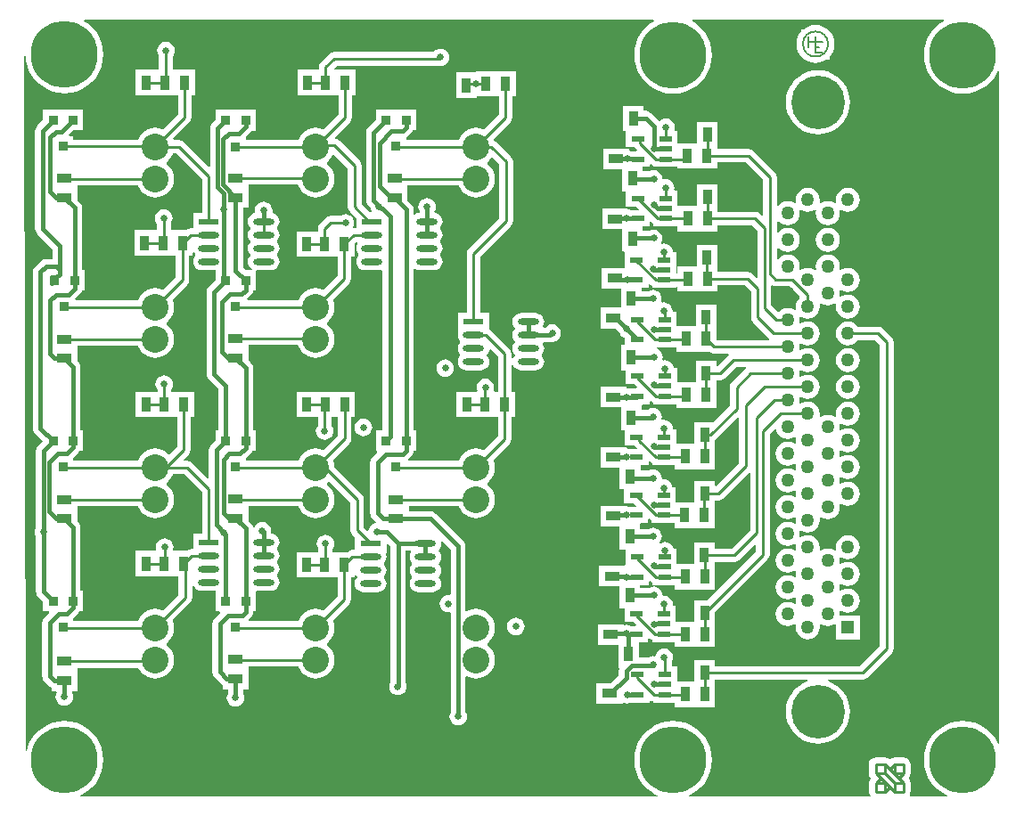
<source format=gtl>
G04*
G04 #@! TF.GenerationSoftware,Altium Limited,Altium Designer,19.0.15 (446)*
G04*
G04 Layer_Physical_Order=1*
G04 Layer_Color=255*
%FSLAX25Y25*%
%MOIN*%
G70*
G01*
G75*
%ADD10C,0.01000*%
%ADD12C,0.00800*%
%ADD13R,0.04921X0.01968*%
%ADD14R,0.03543X0.03740*%
%ADD15R,0.03543X0.03740*%
%ADD16R,0.07800X0.02400*%
%ADD17O,0.07800X0.02400*%
%ADD18R,0.05512X0.03740*%
%ADD19R,0.03740X0.05512*%
%ADD32C,0.01500*%
%ADD33C,0.10000*%
%ADD34C,0.20000*%
%ADD35C,0.05000*%
%ADD36R,0.05000X0.05000*%
%ADD37C,0.25000*%
%ADD38C,0.02500*%
G36*
X603779Y486000D02*
X602343Y485120D01*
X600607Y483638D01*
X599125Y481902D01*
X597933Y479956D01*
X597059Y477847D01*
X596526Y475628D01*
X596347Y473353D01*
X596526Y471077D01*
X597059Y468858D01*
X597933Y466749D01*
X599125Y464804D01*
X600607Y463068D01*
X602343Y461586D01*
X604289Y460393D01*
X606397Y459520D01*
X608617Y458987D01*
X610892Y458808D01*
X613167Y458987D01*
X615387Y459520D01*
X617495Y460393D01*
X619441Y461586D01*
X621177Y463068D01*
X622659Y464804D01*
X623852Y466749D01*
X624110Y467372D01*
X624600Y467275D01*
Y215651D01*
X624110Y215554D01*
X623852Y216177D01*
X622659Y218123D01*
X621177Y219858D01*
X619441Y221340D01*
X617495Y222533D01*
X615387Y223406D01*
X613167Y223939D01*
X610892Y224118D01*
X608617Y223939D01*
X606397Y223406D01*
X604289Y222533D01*
X602343Y221340D01*
X600607Y219858D01*
X599125Y218123D01*
X597933Y216177D01*
X597059Y214068D01*
X596526Y211848D01*
X596347Y209573D01*
X596526Y207298D01*
X597059Y205079D01*
X597933Y202970D01*
X599125Y201024D01*
X600607Y199288D01*
X602343Y197806D01*
X604289Y196614D01*
X605069Y196290D01*
X604972Y195800D01*
X591238D01*
X590971Y196300D01*
X591255Y196724D01*
X591449Y197700D01*
Y200900D01*
X591255Y201875D01*
X590737Y202650D01*
X591255Y203425D01*
X591449Y204400D01*
Y207700D01*
X591255Y208676D01*
X590702Y209502D01*
X590583Y209582D01*
X590502Y209702D01*
X589676Y210255D01*
X588700Y210449D01*
X585701D01*
X585450Y210499D01*
X584475Y210305D01*
X583650Y209754D01*
X582826Y210305D01*
X581850Y210499D01*
X581599Y210449D01*
X578300D01*
X577324Y210255D01*
X576498Y209702D01*
X575945Y208875D01*
X575751Y207900D01*
Y204500D01*
X575945Y203524D01*
X576498Y202698D01*
X576576Y202620D01*
X576145Y201975D01*
X575951Y201000D01*
Y197500D01*
X576145Y196525D01*
X576334Y196241D01*
X576099Y195800D01*
X508446D01*
X508349Y196290D01*
X509129Y196614D01*
X511075Y197806D01*
X512811Y199288D01*
X514293Y201024D01*
X515485Y202970D01*
X516359Y205079D01*
X516892Y207298D01*
X517071Y209573D01*
X516892Y211848D01*
X516359Y214068D01*
X515485Y216177D01*
X514293Y218123D01*
X512811Y219858D01*
X511075Y221340D01*
X509129Y222533D01*
X507021Y223406D01*
X504801Y223939D01*
X502526Y224118D01*
X500251Y223939D01*
X498031Y223406D01*
X495923Y222533D01*
X493977Y221340D01*
X492241Y219858D01*
X490759Y218123D01*
X489566Y216177D01*
X488693Y214068D01*
X488160Y211848D01*
X487981Y209573D01*
X488160Y207298D01*
X488693Y205079D01*
X489566Y202970D01*
X490759Y201024D01*
X492241Y199288D01*
X493977Y197806D01*
X495923Y196614D01*
X496703Y196290D01*
X496606Y195800D01*
X280820D01*
X280723Y196290D01*
X281503Y196614D01*
X283449Y197806D01*
X285185Y199288D01*
X286667Y201024D01*
X287860Y202970D01*
X288733Y205079D01*
X289266Y207298D01*
X289445Y209573D01*
X289266Y211848D01*
X288733Y214068D01*
X287860Y216177D01*
X286667Y218123D01*
X285185Y219858D01*
X283449Y221340D01*
X281503Y222533D01*
X279395Y223406D01*
X277175Y223939D01*
X274900Y224118D01*
X272625Y223939D01*
X270405Y223406D01*
X268297Y222533D01*
X266351Y221340D01*
X264615Y219858D01*
X263133Y218123D01*
X261941Y216177D01*
X261067Y214068D01*
X260792Y212920D01*
X260292Y212979D01*
X259907Y472817D01*
X260407Y472837D01*
X260534Y471225D01*
X261067Y469005D01*
X261941Y466897D01*
X263133Y464951D01*
X264615Y463215D01*
X266351Y461733D01*
X268297Y460540D01*
X270405Y459667D01*
X272625Y459134D01*
X274900Y458955D01*
X277175Y459134D01*
X279395Y459667D01*
X281503Y460540D01*
X283449Y461733D01*
X285185Y463215D01*
X286667Y464951D01*
X287860Y466897D01*
X288733Y469005D01*
X289266Y471225D01*
X289445Y473500D01*
X289266Y475775D01*
X288733Y477995D01*
X287860Y480103D01*
X286667Y482049D01*
X285185Y483785D01*
X283449Y485267D01*
X282253Y486000D01*
X282394Y486500D01*
X495272D01*
X495413Y486000D01*
X493977Y485120D01*
X492241Y483638D01*
X490759Y481902D01*
X489566Y479956D01*
X488693Y477847D01*
X488160Y475628D01*
X487981Y473353D01*
X488160Y471077D01*
X488693Y468858D01*
X489566Y466749D01*
X490759Y464804D01*
X492241Y463068D01*
X493977Y461586D01*
X495923Y460393D01*
X498031Y459520D01*
X500251Y458987D01*
X502526Y458808D01*
X504801Y458987D01*
X507021Y459520D01*
X509129Y460393D01*
X511075Y461586D01*
X512811Y463068D01*
X514293Y464804D01*
X515485Y466749D01*
X516359Y468858D01*
X516892Y471077D01*
X517071Y473353D01*
X516892Y475628D01*
X516359Y477847D01*
X515485Y479956D01*
X514293Y481902D01*
X512811Y483638D01*
X511075Y485120D01*
X509639Y486000D01*
X509780Y486500D01*
X603638D01*
X603779Y486000D01*
D02*
G37*
%LPC*%
G36*
X555800Y484535D02*
X554408Y484398D01*
X553069Y483992D01*
X551836Y483333D01*
X551429Y482999D01*
X550300D01*
Y481892D01*
X549867Y481364D01*
X549208Y480131D01*
X548802Y478792D01*
X548665Y477400D01*
X548802Y476008D01*
X549208Y474669D01*
X549867Y473436D01*
X550754Y472355D01*
X551836Y471467D01*
X553069Y470808D01*
X554408Y470402D01*
X555800Y470265D01*
X557192Y470402D01*
X558531Y470808D01*
X559639Y471400D01*
X561166D01*
Y472745D01*
X561733Y473436D01*
X562392Y474669D01*
X562798Y476008D01*
X562935Y477400D01*
X562798Y478792D01*
X562392Y480131D01*
X561733Y481364D01*
X560846Y482445D01*
X559764Y483333D01*
X558531Y483992D01*
X557192Y484398D01*
X555800Y484535D01*
D02*
G37*
G36*
X312800Y478178D02*
X311952Y478066D01*
X311161Y477739D01*
X310482Y477218D01*
X309961Y476539D01*
X309634Y475748D01*
X309522Y474900D01*
X309634Y474052D01*
X309961Y473261D01*
X310251Y472883D01*
Y467756D01*
X301530D01*
Y458244D01*
X317351D01*
Y451056D01*
X311723Y445428D01*
X311592Y445498D01*
X310272Y445899D01*
X308900Y446034D01*
X307528Y445899D01*
X306208Y445498D01*
X304992Y444848D01*
X303926Y443974D01*
X303051Y442908D01*
X302401Y441692D01*
X302382Y441628D01*
X278172D01*
Y442949D01*
X276744D01*
X276553Y443411D01*
X278193Y445051D01*
X281912D01*
Y452791D01*
X274431D01*
Y452791D01*
X266888D01*
Y449072D01*
X264739Y446923D01*
X264298Y446348D01*
X264021Y445679D01*
X263926Y444961D01*
Y408100D01*
X264021Y407382D01*
X264298Y406713D01*
X264739Y406139D01*
X270326Y400551D01*
Y397015D01*
X267959D01*
X267241Y396920D01*
X266572Y396643D01*
X265998Y396203D01*
X263977Y394182D01*
X263536Y393607D01*
X263259Y392938D01*
X263164Y392220D01*
Y333643D01*
X263259Y332925D01*
X263536Y332256D01*
X263977Y331681D01*
X266737Y328921D01*
X265039Y327223D01*
X264598Y326648D01*
X264321Y325979D01*
X264226Y325261D01*
Y296255D01*
X263934Y295548D01*
X263822Y294700D01*
X263934Y293852D01*
X264226Y293145D01*
Y272581D01*
X264321Y271863D01*
X264598Y271194D01*
X265039Y270620D01*
X266888Y268770D01*
Y265051D01*
X269075D01*
X269267Y264589D01*
X267339Y262661D01*
X266898Y262087D01*
X266621Y261418D01*
X266526Y260700D01*
Y240900D01*
X266621Y240182D01*
X266898Y239513D01*
X267339Y238939D01*
X269022Y237255D01*
X269597Y236814D01*
X270144Y236588D01*
Y235347D01*
X271882D01*
X272044Y234846D01*
X271961Y234739D01*
X271634Y233948D01*
X271522Y233100D01*
X271634Y232252D01*
X271961Y231461D01*
X272482Y230782D01*
X273161Y230261D01*
X273952Y229934D01*
X274800Y229822D01*
X275648Y229934D01*
X276439Y230261D01*
X277118Y230782D01*
X277639Y231461D01*
X277966Y232252D01*
X278078Y233100D01*
X277966Y233948D01*
X277674Y234655D01*
Y235347D01*
X279656D01*
Y242630D01*
Y243951D01*
X302592D01*
X303051Y243092D01*
X303926Y242026D01*
X304992Y241151D01*
X306208Y240501D01*
X307528Y240101D01*
X308900Y239966D01*
X310272Y240101D01*
X311592Y240501D01*
X312808Y241151D01*
X313874Y242026D01*
X314749Y243092D01*
X315399Y244308D01*
X315799Y245628D01*
X315934Y247000D01*
X315799Y248372D01*
X315399Y249692D01*
X314749Y250908D01*
X313874Y251974D01*
X313002Y252689D01*
X312968Y252772D01*
Y253228D01*
X313002Y253311D01*
X313874Y254026D01*
X314749Y255092D01*
X315399Y256308D01*
X315799Y257628D01*
X315934Y259000D01*
X315799Y260372D01*
X315399Y261692D01*
X315328Y261823D01*
X321944Y268439D01*
X322497Y269266D01*
X322691Y270242D01*
Y274804D01*
X323191Y274903D01*
X323405Y274386D01*
X323918Y273718D01*
X324586Y273205D01*
X325365Y272882D01*
X326200Y272772D01*
X331388D01*
Y265051D01*
X332875D01*
X333067Y264589D01*
X331039Y262561D01*
X330598Y261987D01*
X330321Y261318D01*
X330226Y260600D01*
Y242400D01*
X330321Y241682D01*
X330598Y241013D01*
X331039Y240439D01*
X333580Y237897D01*
X334144Y237464D01*
Y235988D01*
X336126D01*
Y234554D01*
X335961Y234339D01*
X335634Y233548D01*
X335522Y232700D01*
X335634Y231852D01*
X335961Y231061D01*
X336482Y230382D01*
X337161Y229861D01*
X337952Y229534D01*
X338800Y229422D01*
X339648Y229534D01*
X340439Y229861D01*
X341118Y230382D01*
X341639Y231061D01*
X341966Y231852D01*
X342078Y232700D01*
X341966Y233548D01*
X341674Y234255D01*
Y235988D01*
X343656D01*
Y243272D01*
Y244451D01*
X362358D01*
X362402Y244308D01*
X363052Y243092D01*
X363926Y242026D01*
X364992Y241151D01*
X366208Y240501D01*
X367528Y240101D01*
X368900Y239966D01*
X370272Y240101D01*
X371592Y240501D01*
X372808Y241151D01*
X373874Y242026D01*
X374748Y243092D01*
X375398Y244308D01*
X375799Y245628D01*
X375934Y247000D01*
X375799Y248372D01*
X375398Y249692D01*
X374748Y250908D01*
X373874Y251974D01*
X373003Y252689D01*
X372968Y252772D01*
Y253228D01*
X373003Y253311D01*
X373874Y254026D01*
X374748Y255092D01*
X375398Y256308D01*
X375799Y257628D01*
X375934Y259000D01*
X375799Y260372D01*
X375398Y261692D01*
X375328Y261823D01*
X381344Y267839D01*
X381897Y268666D01*
X382091Y269642D01*
Y277744D01*
X383412D01*
Y278770D01*
X383882Y278881D01*
X383912Y278877D01*
X384324Y278340D01*
X384381Y278000D01*
X384324Y277660D01*
X383905Y277114D01*
X383582Y276335D01*
X383472Y275500D01*
X383582Y274665D01*
X383905Y273886D01*
X384418Y273218D01*
X385086Y272705D01*
X385865Y272382D01*
X386700Y272272D01*
X392100D01*
X392935Y272382D01*
X393714Y272705D01*
X394382Y273218D01*
X394895Y273886D01*
X395218Y274665D01*
X395328Y275500D01*
X395218Y276335D01*
X394895Y277114D01*
X394476Y277660D01*
X394419Y278000D01*
X394476Y278340D01*
X394895Y278886D01*
X395218Y279665D01*
X395328Y280500D01*
X395218Y281335D01*
X394895Y282114D01*
X394476Y282660D01*
X394419Y283000D01*
X394476Y283340D01*
X394895Y283886D01*
X395218Y284665D01*
X395328Y285500D01*
X395218Y286335D01*
X395025Y286800D01*
X395300Y287300D01*
X395300D01*
Y290324D01*
X395762Y290515D01*
X396926Y289351D01*
Y238854D01*
X396761Y238639D01*
X396434Y237848D01*
X396322Y237000D01*
X396434Y236152D01*
X396761Y235361D01*
X397282Y234682D01*
X397961Y234161D01*
X398752Y233834D01*
X399600Y233722D01*
X400448Y233834D01*
X401239Y234161D01*
X401918Y234682D01*
X402439Y235361D01*
X402766Y236152D01*
X402878Y237000D01*
X402766Y237848D01*
X402474Y238555D01*
Y287726D01*
X404310D01*
X404531Y287278D01*
X404405Y287114D01*
X404082Y286335D01*
X403972Y285500D01*
X404082Y284665D01*
X404405Y283886D01*
X404824Y283340D01*
X404881Y283000D01*
X404824Y282660D01*
X404405Y282114D01*
X404082Y281335D01*
X403972Y280500D01*
X404082Y279665D01*
X404405Y278886D01*
X404824Y278340D01*
X404881Y278000D01*
X404824Y277660D01*
X404405Y277114D01*
X404082Y276335D01*
X403972Y275500D01*
X404082Y274665D01*
X404405Y273886D01*
X404918Y273218D01*
X405586Y272705D01*
X406365Y272382D01*
X407200Y272272D01*
X412600D01*
X413435Y272382D01*
X414214Y272705D01*
X414882Y273218D01*
X415395Y273886D01*
X415718Y274665D01*
X415828Y275500D01*
X415718Y276335D01*
X415395Y277114D01*
X414976Y277660D01*
X414919Y278000D01*
X414976Y278340D01*
X415395Y278886D01*
X415718Y279665D01*
X415828Y280500D01*
X415718Y281335D01*
X415395Y282114D01*
X414976Y282660D01*
X414919Y283000D01*
X414976Y283340D01*
X415395Y283886D01*
X415718Y284665D01*
X415828Y285500D01*
X415718Y286335D01*
X415395Y287114D01*
X414976Y287660D01*
X414919Y288000D01*
X414976Y288340D01*
X415395Y288886D01*
X415718Y289665D01*
X415828Y290500D01*
X415730Y291240D01*
X415961Y291421D01*
X416180Y291498D01*
X419326Y288351D01*
Y271548D01*
X418950Y271219D01*
X418500Y271278D01*
X417652Y271166D01*
X416861Y270839D01*
X416182Y270318D01*
X415661Y269639D01*
X415334Y268848D01*
X415222Y268000D01*
X415334Y267152D01*
X415661Y266361D01*
X416182Y265682D01*
X416861Y265161D01*
X417652Y264834D01*
X418500Y264722D01*
X418950Y264781D01*
X419326Y264452D01*
Y227255D01*
X419034Y226548D01*
X418922Y225700D01*
X419034Y224852D01*
X419361Y224061D01*
X419882Y223382D01*
X420561Y222861D01*
X421352Y222534D01*
X422200Y222422D01*
X423048Y222534D01*
X423839Y222861D01*
X424518Y223382D01*
X425039Y224061D01*
X425366Y224852D01*
X425478Y225700D01*
X425366Y226548D01*
X425039Y227339D01*
X424874Y227554D01*
Y240648D01*
X425374Y240948D01*
X426208Y240501D01*
X427528Y240101D01*
X428900Y239966D01*
X430272Y240101D01*
X431592Y240501D01*
X432808Y241151D01*
X433874Y242026D01*
X434748Y243092D01*
X435398Y244308D01*
X435799Y245628D01*
X435934Y247000D01*
X435799Y248372D01*
X435398Y249692D01*
X434748Y250908D01*
X433874Y251974D01*
X433003Y252689D01*
X432968Y252772D01*
Y253228D01*
X433003Y253311D01*
X433874Y254026D01*
X434748Y255092D01*
X435398Y256308D01*
X435799Y257628D01*
X435934Y259000D01*
X435799Y260372D01*
X435398Y261692D01*
X434748Y262908D01*
X433874Y263974D01*
X432808Y264848D01*
X431592Y265498D01*
X430272Y265899D01*
X428900Y266034D01*
X427528Y265899D01*
X426208Y265498D01*
X425374Y265052D01*
X424874Y265352D01*
Y289500D01*
X424779Y290218D01*
X424502Y290887D01*
X424061Y291461D01*
X413845Y301678D01*
X413270Y302119D01*
X412601Y302396D01*
X411883Y302490D01*
X403656D01*
Y304451D01*
X422358D01*
X422402Y304308D01*
X423052Y303092D01*
X423926Y302026D01*
X424992Y301151D01*
X426208Y300501D01*
X427528Y300101D01*
X428900Y299966D01*
X430272Y300101D01*
X431592Y300501D01*
X432808Y301151D01*
X433874Y302026D01*
X434748Y303092D01*
X435398Y304308D01*
X435799Y305628D01*
X435934Y307000D01*
X435799Y308372D01*
X435398Y309692D01*
X434748Y310908D01*
X433874Y311974D01*
X433003Y312689D01*
X432968Y312772D01*
Y313228D01*
X433003Y313311D01*
X433874Y314026D01*
X434748Y315092D01*
X435398Y316308D01*
X435799Y317628D01*
X435934Y319000D01*
X435799Y320372D01*
X435398Y321692D01*
X435328Y321823D01*
X441344Y327839D01*
X441897Y328666D01*
X442091Y329642D01*
Y337744D01*
X443412D01*
Y347256D01*
X442091D01*
Y357592D01*
X442582Y357665D01*
X442905Y356886D01*
X443418Y356218D01*
X444086Y355705D01*
X444865Y355382D01*
X445700Y355272D01*
X451100D01*
X451935Y355382D01*
X452714Y355705D01*
X453382Y356218D01*
X453895Y356886D01*
X454218Y357665D01*
X454328Y358500D01*
X454218Y359335D01*
X453895Y360114D01*
X453476Y360660D01*
X453419Y361000D01*
X453476Y361340D01*
X453895Y361886D01*
X454218Y362665D01*
X454328Y363500D01*
X454218Y364335D01*
X453895Y365114D01*
X453769Y365278D01*
X453991Y365726D01*
X456600D01*
X457318Y365821D01*
X457684Y365973D01*
X458148Y366034D01*
X458939Y366361D01*
X459618Y366882D01*
X460139Y367561D01*
X460466Y368352D01*
X460578Y369200D01*
X460466Y370048D01*
X460139Y370839D01*
X459618Y371518D01*
X458939Y372039D01*
X458148Y372366D01*
X457300Y372478D01*
X456452Y372366D01*
X455661Y372039D01*
X454982Y371518D01*
X454795Y371274D01*
X453991D01*
X453769Y371722D01*
X453895Y371886D01*
X454218Y372665D01*
X454328Y373500D01*
X454218Y374335D01*
X453895Y375114D01*
X453382Y375782D01*
X452714Y376295D01*
X451935Y376618D01*
X451100Y376728D01*
X445700D01*
X444865Y376618D01*
X444086Y376295D01*
X443418Y375782D01*
X442905Y375114D01*
X442582Y374335D01*
X442472Y373500D01*
X442582Y372665D01*
X442905Y371886D01*
X443324Y371340D01*
X443381Y371000D01*
X443324Y370660D01*
X442905Y370114D01*
X442582Y369335D01*
X442472Y368500D01*
X442582Y367665D01*
X442905Y366886D01*
X443324Y366340D01*
X443381Y366000D01*
X443324Y365660D01*
X442905Y365114D01*
X442582Y364335D01*
X442472Y363500D01*
X442582Y362665D01*
X442905Y361886D01*
X443324Y361340D01*
X443381Y361000D01*
X443324Y360660D01*
X442905Y360114D01*
X442582Y359335D01*
X442091Y359408D01*
Y361558D01*
X441897Y362534D01*
X441344Y363361D01*
X434402Y370302D01*
X433800Y370705D01*
Y376700D01*
X430449D01*
Y397844D01*
X441902Y409298D01*
X442455Y410124D01*
X442649Y411100D01*
Y433500D01*
X442455Y434476D01*
X441902Y435302D01*
X436402Y440802D01*
X435575Y441355D01*
X435496Y441371D01*
X435398Y441692D01*
X435328Y441823D01*
X441702Y448198D01*
X442255Y449024D01*
X442449Y450000D01*
Y457744D01*
X443770D01*
Y467256D01*
X428747D01*
Y466756D01*
X421313D01*
Y457244D01*
X429053D01*
Y457744D01*
X437351D01*
Y451056D01*
X431723Y445428D01*
X431592Y445498D01*
X430272Y445899D01*
X428900Y446034D01*
X427528Y445899D01*
X426208Y445498D01*
X424992Y444848D01*
X423926Y443974D01*
X423052Y442908D01*
X422402Y441692D01*
X422358Y441549D01*
X402672D01*
Y442392D01*
X402687Y442398D01*
X403261Y442839D01*
X404601Y444179D01*
X405042Y444753D01*
X405166Y445051D01*
X406412D01*
Y452791D01*
X398931D01*
Y452791D01*
X391388D01*
Y449072D01*
X388639Y446323D01*
X388198Y445748D01*
X387921Y445079D01*
X387826Y444361D01*
Y418900D01*
X387921Y418182D01*
X388198Y417513D01*
X388639Y416939D01*
X389359Y416218D01*
X389434Y415652D01*
X389761Y414861D01*
X389828Y414774D01*
X389609Y414297D01*
X389244Y414261D01*
X386049Y417456D01*
Y431900D01*
X385855Y432875D01*
X385302Y433702D01*
X377702Y441302D01*
X376875Y441855D01*
X376201Y441989D01*
X376036Y442532D01*
X381702Y448198D01*
X382255Y449024D01*
X382449Y450000D01*
Y458244D01*
X383770D01*
Y467756D01*
X375914D01*
X375723Y468218D01*
X376856Y469351D01*
X414368D01*
X414652Y469234D01*
X415500Y469122D01*
X416348Y469234D01*
X417139Y469561D01*
X417818Y470082D01*
X418339Y470761D01*
X418666Y471552D01*
X418778Y472400D01*
X418666Y473248D01*
X418339Y474039D01*
X417818Y474718D01*
X417139Y475239D01*
X416348Y475566D01*
X415500Y475678D01*
X414652Y475566D01*
X413861Y475239D01*
X413182Y474718D01*
X412976Y474449D01*
X375800D01*
X374825Y474255D01*
X373998Y473702D01*
X370814Y470519D01*
X370262Y469692D01*
X370068Y468716D01*
Y467756D01*
X362030D01*
Y458244D01*
X377351D01*
Y451056D01*
X371723Y445428D01*
X371592Y445498D01*
X370272Y445899D01*
X368900Y446034D01*
X367528Y445899D01*
X366208Y445498D01*
X364992Y444848D01*
X363926Y443974D01*
X363052Y442908D01*
X362402Y441692D01*
X362358Y441549D01*
X342672D01*
Y442749D01*
X344601Y444679D01*
X344827Y444972D01*
X346412D01*
Y452712D01*
X338931D01*
Y452712D01*
X331388D01*
Y448993D01*
X330139Y447744D01*
X329698Y447169D01*
X329421Y446500D01*
X329326Y445783D01*
Y431632D01*
X328864Y431440D01*
X319502Y440802D01*
X318675Y441355D01*
X317700Y441549D01*
X315761D01*
X315554Y442049D01*
X321702Y448198D01*
X322255Y449024D01*
X322449Y450000D01*
Y458244D01*
X323770D01*
Y467756D01*
X315349D01*
Y472883D01*
X315639Y473261D01*
X315966Y474052D01*
X316078Y474900D01*
X315966Y475748D01*
X315639Y476539D01*
X315118Y477218D01*
X314439Y477739D01*
X313648Y478066D01*
X312800Y478178D01*
D02*
G37*
G36*
X556700Y467637D02*
X554817Y467489D01*
X552980Y467048D01*
X551235Y466325D01*
X549625Y465338D01*
X548188Y464112D01*
X546962Y462675D01*
X545975Y461065D01*
X545252Y459320D01*
X544811Y457483D01*
X544663Y455600D01*
X544811Y453717D01*
X545252Y451880D01*
X545975Y450135D01*
X546962Y448525D01*
X548188Y447088D01*
X549625Y445862D01*
X551235Y444875D01*
X552980Y444152D01*
X554817Y443711D01*
X556700Y443563D01*
X558583Y443711D01*
X560420Y444152D01*
X562165Y444875D01*
X563775Y445862D01*
X565211Y447088D01*
X566438Y448525D01*
X567425Y450135D01*
X568148Y451880D01*
X568589Y453717D01*
X568737Y455600D01*
X568589Y457483D01*
X568148Y459320D01*
X567425Y461065D01*
X566438Y462675D01*
X565211Y464112D01*
X563775Y465338D01*
X562165Y466325D01*
X560420Y467048D01*
X558583Y467489D01*
X556700Y467637D01*
D02*
G37*
G36*
X491570Y454356D02*
X483830D01*
Y444844D01*
X484433D01*
X484924Y444824D01*
Y438856D01*
X488096D01*
X488457Y438314D01*
X488966Y437806D01*
X488774Y437344D01*
X486826D01*
X486148Y437625D01*
X485956Y437650D01*
Y438328D01*
X476444D01*
Y430588D01*
X483472D01*
Y422344D01*
X484881D01*
Y416596D01*
X488721D01*
X489771Y415546D01*
X489580Y415084D01*
X486910D01*
X486839Y415139D01*
X486048Y415466D01*
X485598Y415526D01*
Y415828D01*
X476086D01*
Y408088D01*
X483472D01*
Y399844D01*
X484032D01*
X484424Y399584D01*
Y393687D01*
X475944D01*
Y385946D01*
X482972D01*
Y378753D01*
X475444D01*
Y371013D01*
X480909D01*
X481965Y369958D01*
X481979Y369852D01*
X482306Y369061D01*
X482827Y368382D01*
X483506Y367861D01*
X484297Y367534D01*
X484403Y367520D01*
X484524Y367398D01*
Y364856D01*
X482972D01*
Y355344D01*
X484824D01*
Y350156D01*
X487916D01*
X488966Y349106D01*
X488774Y348644D01*
X484956D01*
Y349187D01*
X475444D01*
Y341446D01*
X482972D01*
Y332844D01*
X484424D01*
Y327256D01*
X487963D01*
X488057Y327114D01*
X488966Y326206D01*
X488774Y325744D01*
X486488D01*
X486048Y325926D01*
X485200Y326038D01*
X484956Y326252D01*
Y326687D01*
X475444D01*
Y318947D01*
X482613D01*
Y310844D01*
X484239D01*
Y305596D01*
X487876D01*
X488926Y304546D01*
X488734Y304084D01*
X486288D01*
X485848Y304266D01*
X485000Y304378D01*
X484956Y304417D01*
Y304687D01*
X475444D01*
Y296947D01*
X482472D01*
Y288344D01*
X484624D01*
Y282881D01*
X484624Y282710D01*
X484600Y282575D01*
X484588Y282524D01*
X484538Y282396D01*
X484276Y282215D01*
X484083Y282187D01*
X483993Y282187D01*
X474944D01*
Y274447D01*
X482472D01*
Y266344D01*
X484324D01*
Y261156D01*
X487616D01*
X488666Y260106D01*
X488474Y259644D01*
X486826D01*
X486048Y259966D01*
X485200Y260078D01*
X484456Y259980D01*
X483956Y260271D01*
Y260328D01*
X474444D01*
Y252588D01*
X481972D01*
Y244344D01*
X482122D01*
X482386Y244027D01*
X482456Y243844D01*
X482321Y243518D01*
X482226Y242800D01*
Y241349D01*
X479206Y238328D01*
X473944D01*
Y230588D01*
X483456D01*
Y230613D01*
X483956Y230939D01*
X484452Y230734D01*
X485300Y230622D01*
X486148Y230734D01*
X486732Y230976D01*
X493646D01*
Y231566D01*
X494146Y231834D01*
X494488Y231605D01*
X495039Y231495D01*
Y230976D01*
X503188D01*
Y229344D01*
X518212D01*
Y237344D01*
Y239551D01*
X552934D01*
X552993Y239051D01*
X552980Y239048D01*
X551235Y238325D01*
X549625Y237338D01*
X548188Y236111D01*
X546962Y234675D01*
X545975Y233065D01*
X545252Y231320D01*
X544811Y229483D01*
X544663Y227600D01*
X544811Y225717D01*
X545252Y223880D01*
X545975Y222135D01*
X546962Y220525D01*
X548188Y219089D01*
X549625Y217862D01*
X551235Y216875D01*
X552980Y216152D01*
X554817Y215711D01*
X556700Y215563D01*
X558583Y215711D01*
X560420Y216152D01*
X562165Y216875D01*
X563775Y217862D01*
X565211Y219089D01*
X566438Y220525D01*
X567425Y222135D01*
X568148Y223880D01*
X568589Y225717D01*
X568737Y227600D01*
X568589Y229483D01*
X568148Y231320D01*
X567425Y233065D01*
X566438Y234675D01*
X565211Y236111D01*
X563775Y237338D01*
X562165Y238325D01*
X560420Y239048D01*
X560407Y239051D01*
X560466Y239551D01*
X573400D01*
X574375Y239745D01*
X575202Y240298D01*
X584302Y249398D01*
X584855Y250224D01*
X585049Y251200D01*
Y365800D01*
X584855Y366775D01*
X584302Y367602D01*
X581002Y370902D01*
X580175Y371455D01*
X579200Y371649D01*
X571616D01*
X571109Y372309D01*
X570169Y373031D01*
X569075Y373484D01*
X567900Y373639D01*
X566725Y373484D01*
X565631Y373031D01*
X564691Y372309D01*
X563969Y371369D01*
X563516Y370275D01*
X563361Y369100D01*
X563516Y367925D01*
X563969Y366831D01*
X564691Y365891D01*
X565631Y365169D01*
X566725Y364716D01*
X567900Y364561D01*
X569075Y364716D01*
X570169Y365169D01*
X571109Y365891D01*
X571616Y366551D01*
X578144D01*
X579951Y364744D01*
Y252256D01*
X572344Y244649D01*
X518212D01*
Y246856D01*
X510472D01*
Y238856D01*
X503961D01*
Y244424D01*
X502049D01*
Y246285D01*
X502366Y247052D01*
X502478Y247900D01*
X502366Y248748D01*
X502039Y249539D01*
X501518Y250218D01*
X500839Y250739D01*
X500048Y251066D01*
X499200Y251178D01*
X498352Y251066D01*
X497561Y250739D01*
X496882Y250218D01*
X496361Y249539D01*
X496034Y248748D01*
X495481Y248328D01*
X495100Y248378D01*
X494252Y248266D01*
X493461Y247939D01*
X493238Y247768D01*
X489712D01*
Y253676D01*
X493246D01*
Y254873D01*
X493708Y255064D01*
X493914Y254857D01*
X494639Y254373D01*
Y253676D01*
X503188D01*
Y251844D01*
X518212D01*
Y259844D01*
Y264865D01*
X537902Y284556D01*
X538455Y285383D01*
X538649Y286358D01*
Y331344D01*
X540525Y333220D01*
X540998Y333059D01*
X541016Y332925D01*
X541469Y331831D01*
X542191Y330891D01*
X543131Y330169D01*
X544225Y329716D01*
X545400Y329561D01*
X546575Y329716D01*
X547669Y330169D01*
X548054Y330464D01*
X548291Y330367D01*
X548503Y330179D01*
X548361Y329100D01*
X548503Y328021D01*
X548291Y327833D01*
X548054Y327736D01*
X547669Y328031D01*
X546575Y328484D01*
X545400Y328639D01*
X544225Y328484D01*
X543131Y328031D01*
X542191Y327309D01*
X541469Y326369D01*
X541016Y325275D01*
X540861Y324100D01*
X541016Y322925D01*
X541469Y321831D01*
X542191Y320891D01*
X543131Y320169D01*
X544225Y319716D01*
X545400Y319561D01*
X546575Y319716D01*
X547669Y320169D01*
X548054Y320464D01*
X548291Y320367D01*
X548503Y320179D01*
X548361Y319100D01*
X548503Y318021D01*
X548291Y317833D01*
X548054Y317736D01*
X547669Y318031D01*
X546575Y318484D01*
X545400Y318639D01*
X544225Y318484D01*
X543131Y318031D01*
X542191Y317309D01*
X541469Y316369D01*
X541016Y315275D01*
X540861Y314100D01*
X541016Y312925D01*
X541469Y311831D01*
X542191Y310891D01*
X543131Y310169D01*
X544225Y309716D01*
X545400Y309561D01*
X546575Y309716D01*
X547669Y310169D01*
X548054Y310464D01*
X548291Y310367D01*
X548503Y310179D01*
X548361Y309100D01*
X548503Y308021D01*
X548291Y307833D01*
X548054Y307736D01*
X547669Y308031D01*
X546575Y308484D01*
X545400Y308639D01*
X544225Y308484D01*
X543131Y308031D01*
X542191Y307309D01*
X541469Y306369D01*
X541016Y305275D01*
X540861Y304100D01*
X541016Y302925D01*
X541469Y301831D01*
X542191Y300891D01*
X543131Y300169D01*
X544225Y299716D01*
X545400Y299561D01*
X546575Y299716D01*
X547669Y300169D01*
X548054Y300464D01*
X548291Y300367D01*
X548503Y300179D01*
X548361Y299100D01*
X548503Y298021D01*
X548291Y297833D01*
X548054Y297736D01*
X547669Y298031D01*
X546575Y298484D01*
X545400Y298639D01*
X544225Y298484D01*
X543131Y298031D01*
X542191Y297309D01*
X541469Y296369D01*
X541016Y295275D01*
X540861Y294100D01*
X541016Y292925D01*
X541469Y291831D01*
X542191Y290891D01*
X543131Y290169D01*
X544225Y289716D01*
X545400Y289561D01*
X546575Y289716D01*
X547669Y290169D01*
X548054Y290464D01*
X548291Y290367D01*
X548503Y290179D01*
X548361Y289100D01*
X548503Y288021D01*
X548291Y287833D01*
X548054Y287736D01*
X547669Y288031D01*
X546575Y288484D01*
X545400Y288639D01*
X544225Y288484D01*
X543131Y288031D01*
X542191Y287309D01*
X541469Y286369D01*
X541016Y285275D01*
X540861Y284100D01*
X541016Y282925D01*
X541469Y281831D01*
X542191Y280891D01*
X543131Y280169D01*
X544225Y279716D01*
X545400Y279561D01*
X546575Y279716D01*
X547669Y280169D01*
X548054Y280464D01*
X548291Y280367D01*
X548503Y280179D01*
X548361Y279100D01*
X548503Y278021D01*
X548291Y277833D01*
X548054Y277736D01*
X547669Y278031D01*
X546575Y278484D01*
X545400Y278639D01*
X544225Y278484D01*
X543131Y278031D01*
X542191Y277309D01*
X541469Y276369D01*
X541016Y275275D01*
X540861Y274100D01*
X541016Y272925D01*
X541469Y271831D01*
X542191Y270891D01*
X543131Y270169D01*
X544225Y269716D01*
X545400Y269561D01*
X546575Y269716D01*
X547669Y270169D01*
X548054Y270464D01*
X548291Y270367D01*
X548503Y270179D01*
X548361Y269100D01*
X548503Y268021D01*
X548291Y267833D01*
X548054Y267736D01*
X547669Y268031D01*
X546575Y268484D01*
X545400Y268639D01*
X544225Y268484D01*
X543131Y268031D01*
X542191Y267309D01*
X541469Y266369D01*
X541016Y265275D01*
X540861Y264100D01*
X541016Y262925D01*
X541469Y261831D01*
X542191Y260891D01*
X543131Y260169D01*
X544225Y259716D01*
X545400Y259561D01*
X546575Y259716D01*
X547669Y260169D01*
X548054Y260464D01*
X548291Y260367D01*
X548503Y260179D01*
X548361Y259100D01*
X548516Y257925D01*
X548969Y256831D01*
X549691Y255891D01*
X550631Y255169D01*
X551725Y254716D01*
X552900Y254561D01*
X554075Y254716D01*
X555169Y255169D01*
X556109Y255891D01*
X556831Y256831D01*
X557284Y257925D01*
X557439Y259100D01*
X557297Y260179D01*
X557509Y260367D01*
X557746Y260464D01*
X558131Y260169D01*
X559225Y259716D01*
X560400Y259561D01*
X561575Y259716D01*
X562669Y260169D01*
X562952Y260386D01*
X563400Y260165D01*
Y254600D01*
X572400D01*
Y263600D01*
X565252D01*
X564923Y263976D01*
X564939Y264100D01*
X564797Y265179D01*
X565009Y265367D01*
X565246Y265464D01*
X565631Y265169D01*
X566725Y264716D01*
X567900Y264561D01*
X569075Y264716D01*
X570169Y265169D01*
X571109Y265891D01*
X571831Y266831D01*
X572284Y267925D01*
X572439Y269100D01*
X572284Y270275D01*
X571831Y271369D01*
X571109Y272309D01*
X570169Y273031D01*
X569075Y273484D01*
X567900Y273639D01*
X566725Y273484D01*
X565631Y273031D01*
X565246Y272736D01*
X565009Y272833D01*
X564797Y273021D01*
X564939Y274100D01*
X564797Y275179D01*
X565009Y275367D01*
X565246Y275464D01*
X565631Y275169D01*
X566725Y274716D01*
X567900Y274561D01*
X569075Y274716D01*
X570169Y275169D01*
X571109Y275891D01*
X571831Y276831D01*
X572284Y277925D01*
X572439Y279100D01*
X572284Y280275D01*
X571831Y281369D01*
X571109Y282309D01*
X570169Y283031D01*
X569075Y283484D01*
X567900Y283639D01*
X566725Y283484D01*
X565631Y283031D01*
X565246Y282736D01*
X565009Y282833D01*
X564797Y283021D01*
X564939Y284100D01*
X564797Y285179D01*
X565009Y285367D01*
X565246Y285464D01*
X565631Y285169D01*
X566725Y284716D01*
X567900Y284561D01*
X569075Y284716D01*
X570169Y285169D01*
X571109Y285891D01*
X571831Y286831D01*
X572284Y287925D01*
X572439Y289100D01*
X572284Y290275D01*
X571831Y291369D01*
X571109Y292309D01*
X570169Y293031D01*
X569075Y293484D01*
X567900Y293639D01*
X566725Y293484D01*
X565631Y293031D01*
X564691Y292309D01*
X563969Y291369D01*
X563516Y290275D01*
X563361Y289100D01*
X563503Y288021D01*
X563291Y287833D01*
X563054Y287736D01*
X562669Y288031D01*
X561575Y288484D01*
X560400Y288639D01*
X559225Y288484D01*
X558131Y288031D01*
X557746Y287736D01*
X557509Y287833D01*
X557297Y288021D01*
X557439Y289100D01*
X557284Y290275D01*
X556831Y291369D01*
X556109Y292309D01*
X555169Y293031D01*
X554075Y293484D01*
X552900Y293639D01*
X551725Y293484D01*
X550631Y293031D01*
X550246Y292736D01*
X550009Y292833D01*
X549797Y293021D01*
X549939Y294100D01*
X549797Y295179D01*
X550009Y295367D01*
X550246Y295464D01*
X550631Y295169D01*
X551725Y294716D01*
X552900Y294561D01*
X554075Y294716D01*
X555169Y295169D01*
X556109Y295891D01*
X556831Y296831D01*
X557284Y297925D01*
X557439Y299100D01*
X557297Y300179D01*
X557509Y300367D01*
X557746Y300464D01*
X558131Y300169D01*
X559225Y299716D01*
X560400Y299561D01*
X561575Y299716D01*
X562669Y300169D01*
X563609Y300891D01*
X564331Y301831D01*
X564784Y302925D01*
X564939Y304100D01*
X564797Y305179D01*
X565009Y305367D01*
X565246Y305464D01*
X565631Y305169D01*
X566725Y304716D01*
X567900Y304561D01*
X569075Y304716D01*
X570169Y305169D01*
X571109Y305891D01*
X571831Y306831D01*
X572284Y307925D01*
X572439Y309100D01*
X572284Y310275D01*
X571831Y311369D01*
X571109Y312309D01*
X570169Y313031D01*
X569075Y313484D01*
X567900Y313639D01*
X566725Y313484D01*
X565631Y313031D01*
X565246Y312736D01*
X565009Y312833D01*
X564797Y313021D01*
X564939Y314100D01*
X564797Y315179D01*
X565009Y315367D01*
X565246Y315464D01*
X565631Y315169D01*
X566725Y314716D01*
X567900Y314561D01*
X569075Y314716D01*
X570169Y315169D01*
X571109Y315891D01*
X571831Y316831D01*
X572284Y317925D01*
X572439Y319100D01*
X572284Y320275D01*
X571831Y321369D01*
X571109Y322309D01*
X570169Y323031D01*
X569075Y323484D01*
X567900Y323639D01*
X566725Y323484D01*
X565631Y323031D01*
X565246Y322736D01*
X565009Y322833D01*
X564797Y323021D01*
X564939Y324100D01*
X564797Y325179D01*
X565009Y325367D01*
X565246Y325464D01*
X565631Y325169D01*
X566725Y324716D01*
X567900Y324561D01*
X569075Y324716D01*
X570169Y325169D01*
X571109Y325891D01*
X571831Y326831D01*
X572284Y327925D01*
X572439Y329100D01*
X572284Y330275D01*
X571831Y331369D01*
X571109Y332309D01*
X570169Y333031D01*
X569075Y333484D01*
X567900Y333639D01*
X566725Y333484D01*
X565631Y333031D01*
X565246Y332736D01*
X565009Y332833D01*
X564797Y333021D01*
X564939Y334100D01*
X564797Y335179D01*
X565009Y335367D01*
X565246Y335464D01*
X565631Y335169D01*
X566725Y334716D01*
X567900Y334561D01*
X569075Y334716D01*
X570169Y335169D01*
X571109Y335891D01*
X571831Y336831D01*
X572284Y337925D01*
X572439Y339100D01*
X572284Y340275D01*
X571831Y341369D01*
X571109Y342309D01*
X570169Y343031D01*
X569075Y343484D01*
X567900Y343639D01*
X566725Y343484D01*
X565631Y343031D01*
X564691Y342309D01*
X563969Y341369D01*
X563516Y340275D01*
X563361Y339100D01*
X563503Y338021D01*
X563291Y337833D01*
X563054Y337736D01*
X562669Y338031D01*
X561575Y338484D01*
X560400Y338639D01*
X559225Y338484D01*
X558131Y338031D01*
X557746Y337736D01*
X557509Y337833D01*
X557297Y338021D01*
X557439Y339100D01*
X557284Y340275D01*
X556831Y341369D01*
X556109Y342309D01*
X555169Y343031D01*
X554075Y343484D01*
X552900Y343639D01*
X551725Y343484D01*
X550631Y343031D01*
X550246Y342736D01*
X550009Y342833D01*
X549797Y343021D01*
X549939Y344100D01*
X549797Y345179D01*
X550009Y345367D01*
X550246Y345464D01*
X550631Y345169D01*
X551725Y344716D01*
X552900Y344561D01*
X554075Y344716D01*
X555169Y345169D01*
X556109Y345891D01*
X556831Y346831D01*
X557284Y347925D01*
X557439Y349100D01*
X557284Y350275D01*
X556831Y351369D01*
X556109Y352309D01*
X555169Y353031D01*
X554075Y353484D01*
X552900Y353639D01*
X551725Y353484D01*
X550631Y353031D01*
X550246Y352736D01*
X550009Y352833D01*
X549797Y353021D01*
X549939Y354100D01*
X549797Y355179D01*
X550009Y355367D01*
X550246Y355464D01*
X550631Y355169D01*
X551725Y354716D01*
X552900Y354561D01*
X554075Y354716D01*
X555169Y355169D01*
X556109Y355891D01*
X556831Y356831D01*
X557284Y357925D01*
X557439Y359100D01*
X557284Y360275D01*
X556831Y361369D01*
X556109Y362309D01*
X555169Y363031D01*
X554075Y363484D01*
X552900Y363639D01*
X551725Y363484D01*
X550631Y363031D01*
X550246Y362736D01*
X550009Y362833D01*
X549797Y363021D01*
X549939Y364100D01*
X549797Y365179D01*
X550009Y365367D01*
X550246Y365464D01*
X550631Y365169D01*
X551725Y364716D01*
X552900Y364561D01*
X554075Y364716D01*
X555169Y365169D01*
X556109Y365891D01*
X556831Y366831D01*
X557284Y367925D01*
X557439Y369100D01*
X557284Y370275D01*
X556831Y371369D01*
X556109Y372309D01*
X555169Y373031D01*
X554075Y373484D01*
X552900Y373639D01*
X551725Y373484D01*
X550631Y373031D01*
X550246Y372736D01*
X550009Y372833D01*
X549797Y373021D01*
X549939Y374100D01*
X549797Y375179D01*
X550009Y375367D01*
X550246Y375464D01*
X550631Y375169D01*
X551725Y374716D01*
X552900Y374561D01*
X554075Y374716D01*
X555169Y375169D01*
X556109Y375891D01*
X556831Y376831D01*
X557284Y377925D01*
X557439Y379100D01*
X557297Y380179D01*
X557509Y380367D01*
X557746Y380464D01*
X558131Y380169D01*
X559225Y379716D01*
X560400Y379561D01*
X561575Y379716D01*
X562669Y380169D01*
X563054Y380464D01*
X563291Y380367D01*
X563503Y380179D01*
X563361Y379100D01*
X563516Y377925D01*
X563969Y376831D01*
X564691Y375891D01*
X565631Y375169D01*
X566725Y374716D01*
X567900Y374561D01*
X569075Y374716D01*
X570169Y375169D01*
X571109Y375891D01*
X571831Y376831D01*
X572284Y377925D01*
X572439Y379100D01*
X572284Y380275D01*
X571831Y381369D01*
X571109Y382309D01*
X570169Y383031D01*
X569075Y383484D01*
X567900Y383639D01*
X566725Y383484D01*
X565631Y383031D01*
X565246Y382736D01*
X565009Y382833D01*
X564797Y383021D01*
X564939Y384100D01*
X564797Y385179D01*
X565009Y385367D01*
X565246Y385464D01*
X565631Y385169D01*
X566725Y384716D01*
X567900Y384561D01*
X569075Y384716D01*
X570169Y385169D01*
X571109Y385891D01*
X571831Y386831D01*
X572284Y387925D01*
X572439Y389100D01*
X572284Y390275D01*
X571831Y391369D01*
X571109Y392309D01*
X570169Y393031D01*
X569075Y393484D01*
X567900Y393639D01*
X566725Y393484D01*
X565631Y393031D01*
X565246Y392736D01*
X565009Y392833D01*
X564797Y393021D01*
X564939Y394100D01*
X564784Y395275D01*
X564331Y396369D01*
X563609Y397309D01*
X562669Y398031D01*
X561575Y398484D01*
X560400Y398639D01*
X559225Y398484D01*
X558131Y398031D01*
X557191Y397309D01*
X556469Y396369D01*
X556016Y395275D01*
X555861Y394100D01*
X556003Y393021D01*
X555791Y392833D01*
X555554Y392736D01*
X555169Y393031D01*
X554075Y393484D01*
X552900Y393639D01*
X551725Y393484D01*
X550631Y393031D01*
X550246Y392736D01*
X550009Y392833D01*
X549797Y393021D01*
X549939Y394100D01*
X549784Y395275D01*
X549331Y396369D01*
X548609Y397309D01*
X547669Y398031D01*
X546575Y398484D01*
X545400Y398639D01*
X544225Y398484D01*
X543131Y398031D01*
X542191Y397309D01*
X541849Y396864D01*
X541349Y397034D01*
Y401166D01*
X541849Y401336D01*
X542191Y400891D01*
X543131Y400169D01*
X544225Y399716D01*
X545400Y399561D01*
X546575Y399716D01*
X547669Y400169D01*
X548609Y400891D01*
X549331Y401831D01*
X549784Y402925D01*
X549939Y404100D01*
X549784Y405275D01*
X549331Y406369D01*
X548609Y407309D01*
X547669Y408031D01*
X546575Y408484D01*
X545400Y408639D01*
X544225Y408484D01*
X543131Y408031D01*
X542191Y407309D01*
X541849Y406864D01*
X541349Y407034D01*
Y411166D01*
X541849Y411336D01*
X542191Y410891D01*
X543131Y410169D01*
X544225Y409716D01*
X545400Y409561D01*
X546575Y409716D01*
X547669Y410169D01*
X548609Y410891D01*
X549331Y411831D01*
X549784Y412925D01*
X549939Y414100D01*
X549797Y415179D01*
X550009Y415367D01*
X550246Y415464D01*
X550631Y415169D01*
X551725Y414716D01*
X552900Y414561D01*
X554075Y414716D01*
X555169Y415169D01*
X555554Y415464D01*
X555791Y415367D01*
X556003Y415179D01*
X555861Y414100D01*
X556016Y412925D01*
X556469Y411831D01*
X557191Y410891D01*
X558131Y410169D01*
X559225Y409716D01*
X560400Y409561D01*
X561575Y409716D01*
X562669Y410169D01*
X563609Y410891D01*
X564331Y411831D01*
X564784Y412925D01*
X564939Y414100D01*
X564797Y415179D01*
X565009Y415367D01*
X565246Y415464D01*
X565631Y415169D01*
X566725Y414716D01*
X567900Y414561D01*
X569075Y414716D01*
X570169Y415169D01*
X571109Y415891D01*
X571831Y416831D01*
X572284Y417925D01*
X572439Y419100D01*
X572284Y420275D01*
X571831Y421369D01*
X571109Y422309D01*
X570169Y423031D01*
X569075Y423484D01*
X567900Y423639D01*
X566725Y423484D01*
X565631Y423031D01*
X564691Y422309D01*
X563969Y421369D01*
X563516Y420275D01*
X563361Y419100D01*
X563503Y418021D01*
X563291Y417833D01*
X563054Y417736D01*
X562669Y418031D01*
X561575Y418484D01*
X560400Y418639D01*
X559225Y418484D01*
X558131Y418031D01*
X557746Y417736D01*
X557509Y417833D01*
X557297Y418021D01*
X557439Y419100D01*
X557284Y420275D01*
X556831Y421369D01*
X556109Y422309D01*
X555169Y423031D01*
X554075Y423484D01*
X552900Y423639D01*
X551725Y423484D01*
X550631Y423031D01*
X549691Y422309D01*
X548969Y421369D01*
X548516Y420275D01*
X548361Y419100D01*
X548503Y418021D01*
X548291Y417833D01*
X548054Y417736D01*
X547669Y418031D01*
X546575Y418484D01*
X545400Y418639D01*
X544225Y418484D01*
X543131Y418031D01*
X542191Y417309D01*
X541849Y416864D01*
X541349Y417034D01*
Y427600D01*
X541155Y428576D01*
X540602Y429402D01*
X532602Y437402D01*
X531776Y437955D01*
X530800Y438149D01*
X519070D01*
Y438844D01*
X519212D01*
Y448356D01*
X511472D01*
Y440356D01*
X504161D01*
Y444824D01*
X503298D01*
X503020Y445240D01*
X503066Y445352D01*
X503178Y446200D01*
X503066Y447048D01*
X502739Y447839D01*
X502218Y448518D01*
X501539Y449039D01*
X500748Y449366D01*
X499900Y449478D01*
X499052Y449366D01*
X498261Y449039D01*
X497813Y448695D01*
X497520Y448544D01*
X497105Y448718D01*
X494261Y451561D01*
X493687Y452002D01*
X493018Y452279D01*
X492300Y452374D01*
X491570D01*
Y454356D01*
D02*
G37*
G36*
X560400Y408639D02*
X559225Y408484D01*
X558131Y408031D01*
X557191Y407309D01*
X556469Y406369D01*
X556016Y405275D01*
X555861Y404100D01*
X556016Y402925D01*
X556469Y401831D01*
X557191Y400891D01*
X558131Y400169D01*
X559225Y399716D01*
X560400Y399561D01*
X561575Y399716D01*
X562669Y400169D01*
X563609Y400891D01*
X564331Y401831D01*
X564784Y402925D01*
X564939Y404100D01*
X564784Y405275D01*
X564331Y406369D01*
X563609Y407309D01*
X562669Y408031D01*
X561575Y408484D01*
X560400Y408639D01*
D02*
G37*
G36*
X567900Y363639D02*
X566725Y363484D01*
X565631Y363031D01*
X564691Y362309D01*
X563969Y361369D01*
X563516Y360275D01*
X563361Y359100D01*
X563516Y357925D01*
X563969Y356831D01*
X564691Y355891D01*
X565631Y355169D01*
X566725Y354716D01*
X567900Y354561D01*
X569075Y354716D01*
X570169Y355169D01*
X571109Y355891D01*
X571831Y356831D01*
X572284Y357925D01*
X572439Y359100D01*
X572284Y360275D01*
X571831Y361369D01*
X571109Y362309D01*
X570169Y363031D01*
X569075Y363484D01*
X567900Y363639D01*
D02*
G37*
G36*
Y353639D02*
X566725Y353484D01*
X565631Y353031D01*
X564691Y352309D01*
X563969Y351369D01*
X563516Y350275D01*
X563361Y349100D01*
X563516Y347925D01*
X563969Y346831D01*
X564691Y345891D01*
X565631Y345169D01*
X566725Y344716D01*
X567900Y344561D01*
X569075Y344716D01*
X570169Y345169D01*
X571109Y345891D01*
X571831Y346831D01*
X572284Y347925D01*
X572439Y349100D01*
X572284Y350275D01*
X571831Y351369D01*
X571109Y352309D01*
X570169Y353031D01*
X569075Y353484D01*
X567900Y353639D01*
D02*
G37*
G36*
X443700Y262778D02*
X442852Y262666D01*
X442061Y262339D01*
X441382Y261818D01*
X440861Y261139D01*
X440534Y260348D01*
X440422Y259500D01*
X440534Y258652D01*
X440861Y257861D01*
X441382Y257182D01*
X442061Y256661D01*
X442852Y256334D01*
X443700Y256222D01*
X444548Y256334D01*
X445339Y256661D01*
X446018Y257182D01*
X446539Y257861D01*
X446866Y258652D01*
X446978Y259500D01*
X446866Y260348D01*
X446539Y261139D01*
X446018Y261818D01*
X445339Y262339D01*
X444548Y262666D01*
X443700Y262778D01*
D02*
G37*
%LPD*%
G36*
X437551Y432444D02*
Y412156D01*
X426098Y400702D01*
X425545Y399875D01*
X425351Y398900D01*
Y376700D01*
X422000D01*
Y370300D01*
X422000D01*
X422275Y369800D01*
X422082Y369335D01*
X421972Y368500D01*
X422082Y367665D01*
X422405Y366886D01*
X422824Y366340D01*
X422881Y366000D01*
X422824Y365660D01*
X422405Y365114D01*
X422082Y364335D01*
X421972Y363500D01*
X422082Y362665D01*
X422405Y361886D01*
X422918Y361218D01*
Y360782D01*
X422405Y360114D01*
X422082Y359335D01*
X421972Y358500D01*
X422082Y357665D01*
X422405Y356886D01*
X422918Y356218D01*
X423586Y355705D01*
X424365Y355382D01*
X425200Y355272D01*
X430600D01*
X431435Y355382D01*
X432214Y355705D01*
X432882Y356218D01*
X433395Y356886D01*
X433718Y357665D01*
X433828Y358500D01*
X433718Y359335D01*
X433395Y360114D01*
X432882Y360782D01*
Y361218D01*
X433395Y361886D01*
X433718Y362665D01*
X433765Y363023D01*
X434293Y363202D01*
X436993Y360503D01*
Y347256D01*
X435637D01*
X435302Y347756D01*
X435466Y348152D01*
X435578Y349000D01*
X435466Y349848D01*
X435139Y350639D01*
X434618Y351318D01*
X433939Y351839D01*
X433148Y352166D01*
X432300Y352278D01*
X431452Y352166D01*
X430661Y351839D01*
X429982Y351318D01*
X429461Y350639D01*
X429134Y349848D01*
X429022Y349000D01*
X429134Y348152D01*
X429297Y347756D01*
X428964Y347256D01*
X421530D01*
Y337744D01*
X436993D01*
Y330697D01*
X431723Y325428D01*
X431592Y325499D01*
X430272Y325899D01*
X428900Y326034D01*
X427528Y325899D01*
X426208Y325499D01*
X424992Y324849D01*
X423926Y323974D01*
X423052Y322908D01*
X422402Y321692D01*
X422358Y321549D01*
X403545D01*
X403373Y322008D01*
X403372Y322049D01*
X404601Y323279D01*
X405042Y323853D01*
X405319Y324522D01*
X405389Y325051D01*
X406412D01*
Y332791D01*
X405414D01*
Y393090D01*
X405914Y393337D01*
X406086Y393205D01*
X406865Y392882D01*
X407700Y392772D01*
X413100D01*
X413935Y392882D01*
X414714Y393205D01*
X415382Y393718D01*
X415895Y394386D01*
X416218Y395165D01*
X416328Y396000D01*
X416218Y396835D01*
X415895Y397614D01*
X415476Y398160D01*
X415419Y398500D01*
X415476Y398840D01*
X415895Y399386D01*
X416218Y400165D01*
X416328Y401000D01*
X416218Y401835D01*
X415895Y402614D01*
X415382Y403282D01*
Y403718D01*
X415895Y404386D01*
X416218Y405165D01*
X416328Y406000D01*
X416218Y406835D01*
X415895Y407614D01*
X415476Y408160D01*
X415419Y408500D01*
X415476Y408840D01*
X415895Y409386D01*
X416218Y410165D01*
X416328Y411000D01*
X416218Y411835D01*
X415895Y412614D01*
X415382Y413282D01*
X414714Y413795D01*
X413935Y414118D01*
X413323Y414198D01*
X413222Y414709D01*
X413339Y414861D01*
X413666Y415652D01*
X413778Y416500D01*
X413666Y417348D01*
X413339Y418139D01*
X412818Y418818D01*
X412139Y419339D01*
X411348Y419666D01*
X410500Y419778D01*
X409652Y419666D01*
X408861Y419339D01*
X408182Y418818D01*
X407661Y418139D01*
X407334Y417348D01*
X407222Y416500D01*
X407334Y415652D01*
X407626Y414945D01*
Y414218D01*
X406865Y414118D01*
X406086Y413795D01*
X405914Y413663D01*
X405414Y413910D01*
Y415618D01*
X405319Y416336D01*
X405042Y417005D01*
X404601Y417579D01*
X403156Y419025D01*
Y424451D01*
X422358D01*
X422402Y424308D01*
X423052Y423092D01*
X423926Y422026D01*
X424992Y421152D01*
X426208Y420502D01*
X427528Y420101D01*
X428900Y419966D01*
X430272Y420101D01*
X431592Y420502D01*
X432808Y421152D01*
X433874Y422026D01*
X434748Y423092D01*
X435398Y424308D01*
X435799Y425628D01*
X435934Y427000D01*
X435799Y428372D01*
X435398Y429692D01*
X434748Y430908D01*
X433874Y431974D01*
X433003Y432689D01*
X432968Y432772D01*
Y433228D01*
X433003Y433311D01*
X433874Y434026D01*
X434499Y434789D01*
X435155Y434840D01*
X437551Y432444D01*
D02*
G37*
G36*
X380951Y430844D02*
Y416400D01*
X381145Y415424D01*
X381698Y414598D01*
X384000Y412295D01*
Y408549D01*
X383230D01*
X383125Y408633D01*
X382945Y408905D01*
X382910Y409033D01*
X383166Y409652D01*
X383278Y410500D01*
X383166Y411348D01*
X382839Y412139D01*
X382318Y412818D01*
X381639Y413339D01*
X380848Y413666D01*
X380000Y413778D01*
X379152Y413666D01*
X378361Y413339D01*
X377983Y413049D01*
X374400D01*
X373425Y412855D01*
X372598Y412302D01*
X370456Y410161D01*
X369903Y409334D01*
X369709Y408358D01*
Y407256D01*
X361672D01*
Y397744D01*
X376993D01*
Y390698D01*
X371723Y385428D01*
X371592Y385498D01*
X370272Y385899D01*
X368900Y386034D01*
X367528Y385899D01*
X366208Y385498D01*
X364992Y384848D01*
X363926Y383974D01*
X363052Y382908D01*
X362402Y381692D01*
X362358Y381549D01*
X343479D01*
X343272Y382049D01*
X344601Y383379D01*
X345042Y383953D01*
X345319Y384622D01*
X345376Y385051D01*
X346412D01*
Y392306D01*
X346700Y392772D01*
X346856Y392772D01*
X352100D01*
X352935Y392882D01*
X353714Y393205D01*
X354382Y393718D01*
X354895Y394386D01*
X355218Y395165D01*
X355328Y396000D01*
X355218Y396835D01*
X354895Y397614D01*
X354476Y398160D01*
X354419Y398500D01*
X354476Y398840D01*
X354895Y399386D01*
X355218Y400165D01*
X355328Y401000D01*
X355218Y401835D01*
X354895Y402614D01*
X354476Y403160D01*
X354419Y403500D01*
X354476Y403840D01*
X354895Y404386D01*
X355218Y405165D01*
X355328Y406000D01*
X355218Y406835D01*
X354895Y407614D01*
X354476Y408160D01*
X354419Y408500D01*
X354476Y408840D01*
X354895Y409386D01*
X355218Y410165D01*
X355328Y411000D01*
X355218Y411835D01*
X354895Y412614D01*
X354382Y413282D01*
X353714Y413795D01*
X352935Y414118D01*
X352621Y414663D01*
X352678Y415100D01*
X352566Y415948D01*
X352239Y416739D01*
X351718Y417418D01*
X351039Y417939D01*
X350248Y418266D01*
X349400Y418378D01*
X348552Y418266D01*
X347761Y417939D01*
X347082Y417418D01*
X346561Y416739D01*
X346234Y415948D01*
X346122Y415100D01*
X346179Y414663D01*
X345865Y414118D01*
X345086Y413795D01*
X344418Y413282D01*
X343905Y412614D01*
X343582Y411835D01*
X343472Y411000D01*
X343582Y410165D01*
X343905Y409386D01*
X344324Y408840D01*
X344381Y408500D01*
X344324Y408160D01*
X343905Y407614D01*
X343582Y406835D01*
X343472Y406000D01*
X343582Y405165D01*
X343905Y404386D01*
X344324Y403840D01*
X344381Y403500D01*
X344324Y403160D01*
X343905Y402614D01*
X343582Y401835D01*
X343472Y401000D01*
X343582Y400165D01*
X343905Y399386D01*
X344324Y398840D01*
X344381Y398500D01*
X344324Y398160D01*
X343905Y397614D01*
X343582Y396835D01*
X343472Y396000D01*
X343582Y395165D01*
X343905Y394386D01*
X344418Y393718D01*
X344973Y393291D01*
X344845Y392791D01*
X342693D01*
X341674Y393810D01*
Y416130D01*
X343656D01*
Y423413D01*
Y424734D01*
X362272D01*
X362402Y424308D01*
X363052Y423092D01*
X363926Y422026D01*
X364992Y421152D01*
X366208Y420502D01*
X367528Y420101D01*
X368900Y419966D01*
X370272Y420101D01*
X371592Y420502D01*
X372808Y421152D01*
X373874Y422026D01*
X374748Y423092D01*
X375398Y424308D01*
X375799Y425628D01*
X375934Y427000D01*
X375799Y428372D01*
X375398Y429692D01*
X374748Y430908D01*
X373874Y431974D01*
X373003Y432689D01*
X372968Y432772D01*
Y433228D01*
X373003Y433311D01*
X373874Y434026D01*
X374748Y435092D01*
X375183Y435905D01*
X375799Y435996D01*
X380951Y430844D01*
D02*
G37*
G36*
X326351Y426744D02*
Y414200D01*
X323000D01*
Y408549D01*
X322042D01*
X321066Y408355D01*
X320239Y407802D01*
X320193Y407756D01*
X314649D01*
Y410283D01*
X314939Y410661D01*
X315266Y411452D01*
X315378Y412300D01*
X315266Y413148D01*
X314939Y413939D01*
X314418Y414618D01*
X313739Y415139D01*
X312948Y415466D01*
X312100Y415578D01*
X311252Y415466D01*
X310461Y415139D01*
X309782Y414618D01*
X309261Y413939D01*
X308934Y413148D01*
X308822Y412300D01*
X308934Y411452D01*
X309261Y410661D01*
X309551Y410283D01*
Y407756D01*
X301030D01*
Y398244D01*
X316493D01*
Y390197D01*
X311723Y385428D01*
X311592Y385498D01*
X310272Y385899D01*
X308900Y386034D01*
X307528Y385899D01*
X306208Y385498D01*
X304992Y384848D01*
X303926Y383974D01*
X303051Y382908D01*
X302401Y381692D01*
X302358Y381549D01*
X279079D01*
X278872Y382049D01*
X280602Y383779D01*
X281042Y384353D01*
X281319Y385022D01*
X281323Y385051D01*
X282412D01*
Y392791D01*
X281414D01*
Y416118D01*
X281319Y416836D01*
X281042Y417505D01*
X280602Y418079D01*
X279656Y419025D01*
Y424451D01*
X302358D01*
X302401Y424308D01*
X303051Y423092D01*
X303926Y422026D01*
X304992Y421152D01*
X306208Y420502D01*
X307528Y420101D01*
X308900Y419966D01*
X310272Y420101D01*
X311592Y420502D01*
X312808Y421152D01*
X313874Y422026D01*
X314749Y423092D01*
X315399Y424308D01*
X315799Y425628D01*
X315934Y427000D01*
X315799Y428372D01*
X315399Y429692D01*
X314749Y430908D01*
X313874Y431974D01*
X313002Y432689D01*
X312968Y432772D01*
Y433228D01*
X313002Y433311D01*
X313874Y434026D01*
X314749Y435092D01*
X315399Y436308D01*
X315442Y436451D01*
X316644D01*
X326351Y426744D01*
D02*
G37*
G36*
X384304Y403277D02*
X384529Y402776D01*
X384405Y402614D01*
X384082Y401835D01*
X383972Y401000D01*
X384082Y400165D01*
X384405Y399386D01*
X384824Y398840D01*
X384881Y398500D01*
X384824Y398160D01*
X384405Y397614D01*
X384082Y396835D01*
X383972Y396000D01*
X384082Y395165D01*
X384405Y394386D01*
X384918Y393718D01*
X385586Y393205D01*
X386365Y392882D01*
X387200Y392772D01*
X392600D01*
X393426Y392881D01*
X393532Y392891D01*
X393926Y392574D01*
Y332791D01*
X391388D01*
Y325051D01*
X391675D01*
X391866Y324589D01*
X390039Y322761D01*
X389598Y322187D01*
X389321Y321518D01*
X389226Y320800D01*
Y301900D01*
X389321Y301182D01*
X389598Y300513D01*
X390039Y299939D01*
X391323Y298654D01*
X391162Y298181D01*
X391052Y298166D01*
X390261Y297839D01*
X389582Y297318D01*
X389061Y296639D01*
X388734Y295848D01*
X388691Y295521D01*
X388163Y295342D01*
X386949Y296556D01*
Y306900D01*
X386755Y307875D01*
X386202Y308702D01*
X375931Y318973D01*
X375934Y319000D01*
X375799Y320372D01*
X375398Y321692D01*
X375328Y321823D01*
X381486Y327981D01*
X382038Y328808D01*
X382232Y329784D01*
Y337744D01*
X383554D01*
Y347256D01*
X361672D01*
Y337744D01*
X369651D01*
Y334617D01*
X369361Y334239D01*
X369034Y333448D01*
X368922Y332600D01*
X369034Y331752D01*
X369361Y330961D01*
X369882Y330282D01*
X370561Y329761D01*
X371352Y329434D01*
X372200Y329322D01*
X373048Y329434D01*
X373839Y329761D01*
X374518Y330282D01*
X375039Y330961D01*
X375366Y331752D01*
X375478Y332600D01*
X375366Y333448D01*
X375039Y334239D01*
X374749Y334617D01*
Y337744D01*
X377134D01*
Y330839D01*
X371723Y325428D01*
X371592Y325499D01*
X370272Y325899D01*
X368900Y326034D01*
X367528Y325899D01*
X366208Y325499D01*
X364992Y324849D01*
X363926Y323974D01*
X363052Y322908D01*
X362402Y321692D01*
X362358Y321549D01*
X342672D01*
Y322349D01*
X344601Y324279D01*
X345042Y324853D01*
X345124Y325051D01*
X346412D01*
Y332791D01*
X345414D01*
Y356260D01*
X345319Y356978D01*
X345042Y357647D01*
X344601Y358221D01*
X343656Y359167D01*
Y364735D01*
X362272D01*
X362402Y364308D01*
X363052Y363092D01*
X363926Y362026D01*
X364992Y361152D01*
X366208Y360502D01*
X367528Y360101D01*
X368900Y359966D01*
X370272Y360101D01*
X371592Y360502D01*
X372808Y361152D01*
X373874Y362026D01*
X374748Y363092D01*
X375398Y364308D01*
X375799Y365628D01*
X375934Y367000D01*
X375799Y368372D01*
X375398Y369692D01*
X374748Y370908D01*
X373874Y371974D01*
X373003Y372689D01*
X372968Y372772D01*
Y373228D01*
X373003Y373311D01*
X373874Y374026D01*
X374748Y375092D01*
X375398Y376308D01*
X375799Y377628D01*
X375934Y379000D01*
X375799Y380372D01*
X375398Y381692D01*
X375328Y381823D01*
X381344Y387839D01*
X381897Y388666D01*
X382091Y389642D01*
Y397744D01*
X383412D01*
Y402765D01*
X383963Y403316D01*
X384304Y403277D01*
D02*
G37*
G36*
X323412Y399377D02*
X323824Y398840D01*
X323881Y398500D01*
X323824Y398160D01*
X323405Y397614D01*
X323082Y396835D01*
X322972Y396000D01*
X323082Y395165D01*
X323405Y394386D01*
X323918Y393718D01*
X324586Y393205D01*
X325365Y392882D01*
X326200Y392772D01*
X331388D01*
Y389072D01*
X328939Y386623D01*
X328498Y386048D01*
X328221Y385379D01*
X328126Y384661D01*
Y353800D01*
X328221Y353082D01*
X328498Y352413D01*
X328939Y351839D01*
X332386Y348391D01*
Y332791D01*
X331388D01*
Y329072D01*
X329739Y327423D01*
X329298Y326848D01*
X329021Y326179D01*
X328926Y325461D01*
Y315032D01*
X328464Y314841D01*
X322502Y320802D01*
X321675Y321355D01*
X320700Y321549D01*
X319707D01*
X319516Y322011D01*
X321344Y323839D01*
X321897Y324666D01*
X322091Y325642D01*
Y337744D01*
X323412D01*
Y347256D01*
X314807D01*
Y348159D01*
X315039Y348461D01*
X315366Y349252D01*
X315478Y350100D01*
X315366Y350948D01*
X315039Y351739D01*
X314518Y352418D01*
X313839Y352939D01*
X313048Y353266D01*
X312200Y353378D01*
X311352Y353266D01*
X310561Y352939D01*
X309882Y352418D01*
X309361Y351739D01*
X309034Y350948D01*
X308922Y350100D01*
X309034Y349252D01*
X309361Y348461D01*
X309709Y348007D01*
Y347256D01*
X301530D01*
Y337744D01*
X316993D01*
Y326697D01*
X314250Y323955D01*
X313874Y323974D01*
X312808Y324849D01*
X311592Y325499D01*
X310272Y325899D01*
X308900Y326034D01*
X307528Y325899D01*
X306208Y325499D01*
X304992Y324849D01*
X303926Y323974D01*
X303051Y322908D01*
X302401Y321692D01*
X302358Y321549D01*
X278172D01*
Y322649D01*
X280101Y324579D01*
X280464Y325051D01*
X281912D01*
Y332791D01*
X280914D01*
Y356476D01*
X280819Y357194D01*
X280542Y357863D01*
X280101Y358438D01*
X279656Y358883D01*
Y364451D01*
X302358D01*
X302401Y364308D01*
X303051Y363092D01*
X303926Y362026D01*
X304992Y361152D01*
X306208Y360502D01*
X307528Y360101D01*
X308900Y359966D01*
X310272Y360101D01*
X311592Y360502D01*
X312808Y361152D01*
X313874Y362026D01*
X314749Y363092D01*
X315399Y364308D01*
X315799Y365628D01*
X315934Y367000D01*
X315799Y368372D01*
X315399Y369692D01*
X314749Y370908D01*
X313874Y371974D01*
X313002Y372689D01*
X312968Y372772D01*
Y373228D01*
X313002Y373311D01*
X313874Y374026D01*
X314749Y375092D01*
X315399Y376308D01*
X315799Y377628D01*
X315934Y379000D01*
X315799Y380372D01*
X315399Y381692D01*
X315328Y381823D01*
X320844Y387339D01*
X321397Y388166D01*
X321591Y389142D01*
Y398244D01*
X322912D01*
Y399270D01*
X323382Y399381D01*
X323412Y399377D01*
D02*
G37*
G36*
X381851Y305844D02*
Y295500D01*
X382045Y294525D01*
X382598Y293698D01*
X383500Y292795D01*
Y288049D01*
X382542D01*
X381566Y287855D01*
X380739Y287302D01*
X380693Y287256D01*
X375049D01*
Y288483D01*
X375339Y288861D01*
X375666Y289652D01*
X375778Y290500D01*
X375666Y291348D01*
X375339Y292139D01*
X374818Y292818D01*
X374139Y293339D01*
X373348Y293666D01*
X372500Y293778D01*
X371652Y293666D01*
X370861Y293339D01*
X370182Y292818D01*
X369661Y292139D01*
X369334Y291348D01*
X369222Y290500D01*
X369334Y289652D01*
X369661Y288861D01*
X369951Y288483D01*
Y287256D01*
X361672D01*
Y277744D01*
X376993D01*
Y270697D01*
X371723Y265428D01*
X371592Y265498D01*
X370272Y265899D01*
X368900Y266034D01*
X367528Y265899D01*
X366208Y265498D01*
X364992Y264848D01*
X363926Y263974D01*
X363052Y262908D01*
X362402Y261692D01*
X362358Y261549D01*
X343879D01*
X343672Y262049D01*
X344601Y262979D01*
X345042Y263553D01*
X345319Y264222D01*
X345414Y264940D01*
Y265051D01*
X346412D01*
Y272306D01*
X346700Y272772D01*
X346904Y272772D01*
X352100D01*
X352935Y272882D01*
X353714Y273205D01*
X354382Y273718D01*
X354895Y274386D01*
X355218Y275165D01*
X355328Y276000D01*
X355218Y276835D01*
X354895Y277614D01*
X354476Y278160D01*
X354419Y278500D01*
X354476Y278840D01*
X354895Y279386D01*
X355218Y280165D01*
X355328Y281000D01*
X355218Y281835D01*
X354895Y282614D01*
X354476Y283160D01*
X354419Y283500D01*
X354476Y283840D01*
X354895Y284386D01*
X355218Y285165D01*
X355328Y286000D01*
X355218Y286835D01*
X354895Y287614D01*
X354476Y288160D01*
X354419Y288500D01*
X354476Y288840D01*
X354895Y289386D01*
X355218Y290165D01*
X355328Y291000D01*
X355218Y291835D01*
X354895Y292614D01*
X354382Y293282D01*
X353714Y293795D01*
X352935Y294118D01*
X352174Y294218D01*
Y294700D01*
X352143Y294934D01*
X352178Y295200D01*
X352066Y296048D01*
X351739Y296839D01*
X351218Y297518D01*
X350539Y298039D01*
X349748Y298366D01*
X348900Y298478D01*
X348052Y298366D01*
X347261Y298039D01*
X346582Y297518D01*
X346061Y296839D01*
X345881Y296403D01*
X345368Y296471D01*
X345319Y296836D01*
X345042Y297505D01*
X344601Y298079D01*
X343656Y299025D01*
Y304451D01*
X362358D01*
X362402Y304308D01*
X363052Y303092D01*
X363926Y302026D01*
X364992Y301151D01*
X366208Y300501D01*
X367528Y300101D01*
X368900Y299966D01*
X370272Y300101D01*
X371592Y300501D01*
X372808Y301151D01*
X373874Y302026D01*
X374748Y303092D01*
X375398Y304308D01*
X375799Y305628D01*
X375934Y307000D01*
X375799Y308372D01*
X375398Y309692D01*
X374748Y310908D01*
X373874Y311974D01*
X373003Y312689D01*
X372968Y312772D01*
Y313228D01*
X373003Y313311D01*
X373761Y313934D01*
X381851Y305844D01*
D02*
G37*
G36*
X326351Y309744D02*
Y294200D01*
X323000D01*
Y288549D01*
X322542D01*
X321566Y288355D01*
X320739Y287802D01*
X320693Y287756D01*
X315862D01*
X315553Y288149D01*
X315567Y288256D01*
X315678Y289100D01*
X315566Y289948D01*
X315239Y290739D01*
X314718Y291418D01*
X314039Y291939D01*
X313248Y292266D01*
X312400Y292378D01*
X311552Y292266D01*
X310761Y291939D01*
X310082Y291418D01*
X309561Y290739D01*
X309234Y289948D01*
X309122Y289100D01*
X309233Y288256D01*
X309247Y288149D01*
X308938Y287756D01*
X301530D01*
Y278244D01*
X317593D01*
Y271298D01*
X311723Y265428D01*
X311592Y265498D01*
X310272Y265899D01*
X308900Y266034D01*
X307528Y265899D01*
X306208Y265498D01*
X304992Y264848D01*
X303926Y263974D01*
X303051Y262908D01*
X302401Y261692D01*
X302358Y261549D01*
X278172D01*
Y262649D01*
X280101Y264579D01*
X280464Y265051D01*
X281912D01*
Y272791D01*
X280914D01*
Y296476D01*
X280819Y297194D01*
X280542Y297863D01*
X280101Y298438D01*
X279656Y298883D01*
Y304451D01*
X302358D01*
X302401Y304308D01*
X303051Y303092D01*
X303926Y302026D01*
X304992Y301151D01*
X306208Y300501D01*
X307528Y300101D01*
X308900Y299966D01*
X310272Y300101D01*
X311592Y300501D01*
X312808Y301151D01*
X313874Y302026D01*
X314749Y303092D01*
X315399Y304308D01*
X315799Y305628D01*
X315934Y307000D01*
X315799Y308372D01*
X315399Y309692D01*
X314749Y310908D01*
X313874Y311974D01*
X313002Y312689D01*
X312968Y312772D01*
Y313228D01*
X313002Y313311D01*
X313874Y314026D01*
X314749Y315092D01*
X315399Y316308D01*
X315442Y316451D01*
X319644D01*
X326351Y309744D01*
D02*
G37*
%LPC*%
G36*
X417300Y359378D02*
X416452Y359266D01*
X415661Y358939D01*
X414982Y358418D01*
X414461Y357739D01*
X414134Y356948D01*
X414022Y356100D01*
X414134Y355252D01*
X414461Y354461D01*
X414982Y353782D01*
X415661Y353261D01*
X416452Y352934D01*
X417300Y352822D01*
X418148Y352934D01*
X418939Y353261D01*
X419618Y353782D01*
X420139Y354461D01*
X420466Y355252D01*
X420578Y356100D01*
X420466Y356948D01*
X420139Y357739D01*
X419618Y358418D01*
X418939Y358939D01*
X418148Y359266D01*
X417300Y359378D01*
D02*
G37*
G36*
X386700Y337178D02*
X385852Y337066D01*
X385061Y336739D01*
X384382Y336218D01*
X383861Y335539D01*
X383534Y334748D01*
X383422Y333900D01*
X383534Y333052D01*
X383861Y332261D01*
X384382Y331582D01*
X385061Y331061D01*
X385852Y330734D01*
X386700Y330622D01*
X387548Y330734D01*
X388339Y331061D01*
X389018Y331582D01*
X389539Y332261D01*
X389866Y333052D01*
X389978Y333900D01*
X389866Y334748D01*
X389539Y335539D01*
X389018Y336218D01*
X388339Y336739D01*
X387548Y337066D01*
X386700Y337178D01*
D02*
G37*
%LPD*%
G36*
X536251Y426544D02*
Y413307D01*
X535789Y413116D01*
X535002Y413902D01*
X534175Y414455D01*
X533200Y414649D01*
X519212D01*
Y415344D01*
Y424856D01*
X511472D01*
Y416856D01*
X504188D01*
X504117Y417326D01*
Y422565D01*
X503292D01*
X502908Y423065D01*
X502978Y423600D01*
X502866Y424448D01*
X502539Y425239D01*
X502018Y425918D01*
X501339Y426439D01*
X500548Y426766D01*
X499700Y426878D01*
X499055Y426793D01*
X498733Y426933D01*
X498554Y427184D01*
X498466Y427848D01*
X498139Y428639D01*
X497618Y429318D01*
X496939Y429839D01*
X496148Y430166D01*
X495300Y430278D01*
X494452Y430166D01*
X493661Y429839D01*
X493576Y429774D01*
X491212D01*
Y431376D01*
X493846D01*
Y432278D01*
X494346Y432470D01*
X495041Y432005D01*
X495239Y431965D01*
Y431376D01*
X504046D01*
Y430844D01*
X519070D01*
Y433051D01*
X529744D01*
X536251Y426544D01*
D02*
G37*
G36*
X495020Y410298D02*
X495196Y410180D01*
Y409116D01*
X504117D01*
X504188Y408645D01*
Y407344D01*
X519212D01*
Y409551D01*
X532144D01*
X534151Y407544D01*
Y390107D01*
X533689Y389916D01*
X532202Y391402D01*
X531376Y391955D01*
X530400Y392149D01*
X519212D01*
Y394356D01*
X519070D01*
Y402356D01*
X511330D01*
Y394356D01*
X504188D01*
Y391669D01*
X503661D01*
Y393616D01*
Y399584D01*
X502467D01*
X502366Y400348D01*
X502039Y401139D01*
X501518Y401818D01*
X500839Y402339D01*
X500048Y402666D01*
X499200Y402778D01*
X498479Y402683D01*
X498238Y402951D01*
X498167Y403128D01*
X498466Y403852D01*
X498578Y404700D01*
X498466Y405548D01*
X498139Y406339D01*
X497618Y407018D01*
X496939Y407539D01*
X496148Y407866D01*
X495300Y407978D01*
X494452Y407866D01*
X493661Y407539D01*
X493576Y407474D01*
X491212D01*
Y409116D01*
X493802D01*
Y410862D01*
X494264Y411053D01*
X495020Y410298D01*
D02*
G37*
G36*
X539924Y386945D02*
X540900Y386751D01*
X546044D01*
X549872Y382923D01*
X549840Y382424D01*
X549691Y382309D01*
X548969Y381369D01*
X548516Y380275D01*
X548361Y379100D01*
X548503Y378021D01*
X548291Y377833D01*
X548054Y377736D01*
X547669Y378031D01*
X546575Y378484D01*
X545400Y378639D01*
X544225Y378484D01*
X543131Y378031D01*
X542191Y377309D01*
X542120Y377217D01*
X541621Y377184D01*
X539249Y379556D01*
Y386866D01*
X539690Y387102D01*
X539924Y386945D01*
D02*
G37*
G36*
X494155Y387317D02*
X494739Y386927D01*
Y386135D01*
X503661D01*
Y386571D01*
X504188D01*
Y384844D01*
X519212D01*
Y387051D01*
X529344D01*
X531651Y384744D01*
Y375100D01*
X531845Y374125D01*
X532398Y373298D01*
X538398Y367298D01*
X538620Y367149D01*
X538468Y366649D01*
X518898D01*
X518712Y366835D01*
Y370344D01*
Y379856D01*
X510972D01*
Y371856D01*
X503761D01*
Y377324D01*
X502532D01*
X502378Y377500D01*
X502266Y378348D01*
X501939Y379139D01*
X501418Y379818D01*
X500739Y380339D01*
X499948Y380666D01*
X499100Y380778D01*
X498478Y380696D01*
X498111Y381119D01*
X498166Y381252D01*
X498278Y382100D01*
X498166Y382948D01*
X497839Y383739D01*
X497318Y384418D01*
X496639Y384939D01*
X495848Y385266D01*
X495000Y385378D01*
X494152Y385266D01*
X493361Y384939D01*
X493276Y384874D01*
X490712D01*
Y386135D01*
X493346D01*
Y387473D01*
X493808Y387664D01*
X494155Y387317D01*
D02*
G37*
G36*
X503688Y362344D02*
X515993D01*
X516039Y362298D01*
X516866Y361745D01*
X517842Y361551D01*
X523268D01*
X523420Y361051D01*
X523198Y360902D01*
X519212Y356917D01*
X518712Y357124D01*
Y358856D01*
X510972D01*
Y350856D01*
X504061D01*
Y356124D01*
X502835D01*
X502766Y356648D01*
X502439Y357439D01*
X501918Y358118D01*
X501239Y358639D01*
X500448Y358966D01*
X499600Y359078D01*
X498915Y358988D01*
X498534Y359374D01*
X498566Y359452D01*
X498678Y360300D01*
X498566Y361148D01*
X498239Y361939D01*
X497718Y362618D01*
X497039Y363139D01*
X496467Y363376D01*
X496567Y363876D01*
X503688D01*
Y362344D01*
D02*
G37*
G36*
X529920Y356051D02*
X529698Y355902D01*
X524498Y350702D01*
X523945Y349875D01*
X523751Y348900D01*
Y342056D01*
X517551Y335856D01*
X510472D01*
Y327856D01*
X503661D01*
Y333224D01*
X502720D01*
X502478Y333500D01*
X502366Y334348D01*
X502039Y335139D01*
X501518Y335818D01*
X500839Y336339D01*
X500048Y336666D01*
X499200Y336778D01*
X498665Y336708D01*
X498481Y336867D01*
X498280Y337159D01*
X498378Y337900D01*
X498266Y338748D01*
X497939Y339539D01*
X497418Y340218D01*
X496739Y340739D01*
X495948Y341066D01*
X495100Y341178D01*
X494252Y341066D01*
X493461Y340739D01*
X492985Y340374D01*
X490712D01*
Y342356D01*
X491079Y342676D01*
X493746D01*
Y343673D01*
X494024Y343788D01*
X494246Y343836D01*
X495041Y343305D01*
X495139Y343285D01*
Y342676D01*
X503688D01*
Y341344D01*
X518712D01*
Y349344D01*
Y351551D01*
X520000D01*
X520975Y351745D01*
X521802Y352298D01*
X526056Y356551D01*
X529768D01*
X529920Y356051D01*
D02*
G37*
G36*
X527151Y337593D02*
Y320456D01*
X518712Y312017D01*
X518212Y312224D01*
Y313856D01*
X510472D01*
Y305856D01*
X503476D01*
Y311565D01*
X502243D01*
X502166Y312148D01*
X501839Y312939D01*
X501318Y313618D01*
X500639Y314139D01*
X499848Y314466D01*
X499000Y314578D01*
X498718Y314541D01*
X498396Y314862D01*
X498378Y315001D01*
X498266Y315848D01*
X497939Y316639D01*
X497418Y317318D01*
X496739Y317839D01*
X495948Y318166D01*
X495100Y318278D01*
X494252Y318166D01*
X493461Y317839D01*
X493376Y317774D01*
X490353D01*
Y319776D01*
X493346D01*
Y321173D01*
X493808Y321364D01*
X494214Y320957D01*
X494739Y320607D01*
Y319776D01*
X503188D01*
Y318344D01*
X518212D01*
Y326344D01*
Y329307D01*
X526689Y337784D01*
X527151Y337593D01*
D02*
G37*
G36*
X531351Y316793D02*
Y295656D01*
X524344Y288649D01*
X518070D01*
Y290856D01*
X510330D01*
Y282856D01*
X503861D01*
Y288424D01*
X502796D01*
X502766Y288648D01*
X502439Y289439D01*
X501918Y290118D01*
X501239Y290639D01*
X500448Y290966D01*
X499600Y291078D01*
X498752Y290966D01*
X497961Y290639D01*
X497906Y290597D01*
X497549Y290953D01*
X497939Y291461D01*
X498266Y292252D01*
X498378Y293100D01*
X498266Y293948D01*
X497939Y294739D01*
X497418Y295418D01*
X496739Y295939D01*
X495948Y296266D01*
X495100Y296378D01*
X494252Y296266D01*
X493461Y295939D01*
X493376Y295874D01*
X490212D01*
Y297856D01*
X490604Y298116D01*
X493161D01*
Y299658D01*
X493623Y299849D01*
X494174Y299298D01*
X494554Y299044D01*
Y298116D01*
X503047D01*
Y296344D01*
X518070D01*
Y304344D01*
X518212D01*
Y306551D01*
X519400D01*
X520375Y306745D01*
X521202Y307298D01*
X530889Y316984D01*
X531351Y316793D01*
D02*
G37*
G36*
X533551Y289993D02*
Y287414D01*
X515493Y269356D01*
X510472D01*
Y261356D01*
X503561D01*
Y267124D01*
X502781D01*
X502452Y267500D01*
X502478Y267700D01*
X502366Y268548D01*
X502039Y269339D01*
X501518Y270018D01*
X500839Y270539D01*
X500048Y270866D01*
X499200Y270978D01*
X499017Y270954D01*
X498548Y271332D01*
X498466Y271948D01*
X498139Y272739D01*
X497618Y273418D01*
X496939Y273939D01*
X496148Y274266D01*
X495300Y274378D01*
X494452Y274266D01*
X493661Y273939D01*
X493576Y273874D01*
X490212D01*
Y274976D01*
X493546D01*
Y276273D01*
X494008Y276464D01*
X494314Y276157D01*
X494939Y275740D01*
Y274976D01*
X503188D01*
Y273344D01*
X518212D01*
Y282856D01*
X518070D01*
Y283551D01*
X525400D01*
X526375Y283745D01*
X527202Y284298D01*
X533089Y290184D01*
X533551Y289993D01*
D02*
G37*
D10*
X298116Y456016D02*
Y463000D01*
X320142Y270242D02*
Y283600D01*
X305579Y439079D02*
X308900Y442400D01*
Y439000D02*
Y442400D01*
X274400Y439079D02*
X305579D01*
X319900Y450000D02*
Y463000D01*
X308900Y439000D02*
X319900Y450000D01*
X305400Y463000D02*
X312616D01*
X297884Y456016D02*
X298116D01*
X275042Y427000D02*
X308900D01*
X274900Y427142D02*
X275042Y427000D01*
X308900Y439000D02*
X317700D01*
X328900Y427800D01*
Y411000D02*
Y427800D01*
X322042Y406000D02*
X328900D01*
X319042Y403000D02*
X322042Y406000D01*
X304900Y403000D02*
X311758D01*
X296816Y402200D02*
X297617Y403000D01*
X292600Y402200D02*
X296816D01*
X319042Y389142D02*
Y403000D01*
X308900Y379000D02*
X319042Y389142D01*
X274979Y379000D02*
X308900D01*
X274900Y379079D02*
X274979Y379000D01*
X274900Y367000D02*
X308900D01*
X349400Y406000D02*
Y411000D01*
X319542Y325642D02*
Y342500D01*
X312900Y319000D02*
X319542Y325642D01*
X305400Y342500D02*
X312258D01*
X293800D02*
X298116D01*
X293500Y342200D02*
X293800Y342500D01*
X274479Y319000D02*
X308900D01*
X274400Y319079D02*
X274479Y319000D01*
X328900Y291000D02*
Y310800D01*
X320700Y319000D02*
X328900Y310800D01*
X308900Y319000D02*
X312900D01*
X320700D01*
X322542Y286000D02*
X328900D01*
X305400Y283000D02*
X312258D01*
X293400D02*
X298116D01*
X292800Y282400D02*
X293400Y283000D01*
X274479Y259000D02*
X308900D01*
X274400Y259079D02*
X274479Y259000D01*
X308400Y246500D02*
X308900Y247000D01*
X274900Y246500D02*
X308400D01*
X274900Y307000D02*
X308900D01*
Y259000D02*
X320142Y270242D01*
X319542Y283000D02*
X320142Y283600D01*
X322542Y286000D01*
X365900Y463000D02*
X372617D01*
X353800D02*
X358616D01*
X353300Y462500D02*
X353800Y463000D01*
X379900Y450000D02*
Y463000D01*
X338900Y439000D02*
X368900D01*
X338900Y427283D02*
X368617D01*
X368900Y427000D01*
X388900Y411000D02*
X389900D01*
X383500Y416400D02*
X388900Y411000D01*
X383500Y416400D02*
Y431900D01*
X375900Y439500D02*
X383500Y431900D01*
X369400Y439500D02*
X375900D01*
X368900Y439000D02*
X369400Y439500D01*
X379900Y450000D01*
X383042Y406000D02*
X389900D01*
X379542Y402500D02*
X383042Y406000D01*
X365542Y402500D02*
X372258D01*
X358258Y397742D02*
Y402500D01*
Y397742D02*
X360300Y395700D01*
X379542Y389642D02*
Y402500D01*
X368900Y379000D02*
X379542Y389642D01*
X338900Y379079D02*
X338979Y379000D01*
X379683Y329784D02*
Y342500D01*
X368900Y319000D02*
X379683Y329784D01*
X365542Y342500D02*
X372400D01*
X354200D02*
X358258D01*
X353700Y342000D02*
X354200Y342500D01*
X338979Y319000D02*
X368900D01*
X338900Y319079D02*
X338979Y319000D01*
X339042Y307000D02*
X368900D01*
X338900Y307142D02*
X339042Y307000D01*
X384400Y295500D02*
X389400Y290500D01*
X384400Y295500D02*
Y306900D01*
X372300Y319000D02*
X384400Y306900D01*
X368900Y319000D02*
X372300D01*
X382542Y285500D02*
X389400D01*
X379542Y282500D02*
X382542Y285500D01*
X365542Y282500D02*
X372258D01*
X379542Y269642D02*
Y282500D01*
X368900Y259000D02*
X379542Y269642D01*
X358258Y277442D02*
Y282500D01*
Y277442D02*
X360500Y275200D01*
X339042Y247000D02*
X368900D01*
X338900Y247142D02*
X339042Y247000D01*
X338979Y259000D02*
X368900D01*
X338900Y259079D02*
X338979Y259000D01*
X368617Y367284D02*
X368900Y367000D01*
X338900Y367284D02*
X368617D01*
X338979Y379000D02*
X368900D01*
X425183Y462000D02*
X425683Y462500D01*
X417900Y456500D02*
Y462000D01*
X417700Y456300D02*
X417900Y456500D01*
X439900Y450000D02*
Y462500D01*
X428900Y439000D02*
X439900Y450000D01*
X398900Y439079D02*
X398979Y439000D01*
X398400Y427142D02*
X398542Y427000D01*
X427900Y373500D02*
Y398900D01*
X440100Y411100D01*
Y433500D01*
X434600Y439000D02*
X440100Y433500D01*
X428900Y439000D02*
X434600D01*
X427900Y368500D02*
X432600D01*
X439542Y361558D01*
Y342500D02*
Y361558D01*
X425400Y342500D02*
X432258D01*
X418117D02*
Y348783D01*
X418100Y348800D02*
X418117Y348783D01*
X439542Y329642D02*
Y342500D01*
X428900Y319000D02*
X439542Y329642D01*
X398979Y319000D02*
X428900D01*
X398900Y319079D02*
X398979Y319000D01*
X398900Y307000D02*
X428900D01*
X480416Y442525D02*
Y449600D01*
Y442525D02*
X481200Y441742D01*
X475958D02*
X481200D01*
X475400Y442300D02*
X475958Y441742D01*
X489385Y441840D02*
X490260D01*
X499700Y434360D02*
X506676D01*
X507916Y435600D01*
X515342Y435742D02*
Y443600D01*
X515200Y435600D02*
X515342Y435742D01*
X508058Y443600D02*
Y449742D01*
X508000Y449800D02*
X508058Y449742D01*
X490260Y440117D02*
X496017Y434360D01*
X499700D01*
X398979Y439000D02*
X428900D01*
X398542Y427000D02*
X428900D01*
X480058Y420025D02*
Y427100D01*
Y420025D02*
X480842Y419242D01*
X475858D02*
X480842D01*
X475600Y419500D02*
X475858Y419242D01*
X489342Y419580D02*
X496822Y412100D01*
X499657D01*
X508058D01*
X508058Y412100D01*
X515342D02*
Y420100D01*
X508058D02*
Y424842D01*
X507800Y425100D02*
X508058Y424842D01*
X480700Y397100D02*
Y403958D01*
X480058Y404600D02*
X480700Y403958D01*
X475800Y397100D02*
X480700D01*
X475400Y396700D02*
X475800Y397100D01*
X499200Y389120D02*
X507578D01*
X508058Y389600D01*
X515200Y389742D02*
Y397600D01*
Y389742D02*
X515342Y389600D01*
X507916Y397600D02*
Y402283D01*
X507600Y402600D02*
X507916Y402283D01*
X488885Y396192D02*
Y396600D01*
Y396192D02*
X495957Y389120D01*
X499200D01*
X476100Y382100D02*
X479558D01*
X475900Y382300D02*
X476100Y382100D01*
X475600Y367600D02*
X480200D01*
X488985Y373592D02*
Y374340D01*
Y373592D02*
X495717Y366860D01*
X499300D01*
X507318D01*
X507558Y367100D01*
X514842D02*
Y375100D01*
X507558D02*
Y379342D01*
X506600Y380300D02*
X507558Y379342D01*
X489285Y352392D02*
Y353140D01*
Y352392D02*
X496017Y345660D01*
X499600D01*
X479558Y360100D02*
Y366958D01*
X480200Y367600D01*
Y352600D02*
Y359458D01*
X479558Y360100D02*
X480200Y359458D01*
X476100Y352600D02*
X480200D01*
X475900Y352800D02*
X476100Y352600D01*
X479558Y330742D02*
Y337600D01*
Y330742D02*
X480200Y330100D01*
X475900Y337600D02*
X479558D01*
X475600Y337300D02*
X475900Y337600D01*
X488885Y330240D02*
X489860D01*
Y328917D02*
X496017Y322760D01*
X499200D01*
X479200Y309100D02*
X480200Y308100D01*
X479200Y309100D02*
Y315600D01*
X475300D02*
X479200D01*
X488700Y308377D02*
Y308580D01*
Y308377D02*
X495977Y301100D01*
X499015D01*
X499600Y345660D02*
X507118D01*
X507558Y346100D01*
X514842D02*
Y354100D01*
X507558D02*
Y358458D01*
X507600Y358500D01*
X499200Y322760D02*
X506718D01*
X507058Y323100D01*
X514342D02*
Y331100D01*
X507058D02*
Y335442D01*
X506900Y335600D02*
X507058Y335442D01*
X499015Y301100D02*
X506917D01*
X506917Y301100D01*
X514200D02*
Y308958D01*
X514342Y309100D01*
X507058D02*
Y312742D01*
X506400Y313400D02*
X507058Y312742D01*
X479700Y285600D02*
Y292458D01*
X479058Y293100D02*
X479700Y292458D01*
X476200Y293100D02*
X479058D01*
X475900Y293400D02*
X476200Y293100D01*
X489085Y284992D02*
Y285440D01*
Y284992D02*
X496117Y277960D01*
X499400D01*
X506918D01*
X507058Y278100D01*
X514342D02*
Y285958D01*
X514200Y286100D02*
X514342Y285958D01*
X506917Y286100D02*
Y290483D01*
X506200Y291200D02*
X506917Y290483D01*
X479058Y263883D02*
Y271100D01*
Y263883D02*
X479200Y263742D01*
X474458D02*
X479200D01*
X474100Y264100D02*
X474458Y263742D01*
X488785Y263592D02*
Y264140D01*
Y263592D02*
X495717Y256660D01*
X499100D01*
X506998D01*
X507058Y256600D01*
X514342D02*
Y264600D01*
X507058D02*
Y269642D01*
X506800Y269900D02*
X507058Y269642D01*
X478558Y241883D02*
Y249100D01*
Y241883D02*
X478700Y241742D01*
X473842D02*
X478700D01*
X473800Y241700D02*
X473842Y241742D01*
X489185Y240238D02*
Y241440D01*
Y240238D02*
X495463Y233960D01*
X499500D01*
X506918D01*
X507058Y234100D01*
X514342D02*
Y242100D01*
X507058D02*
Y246458D01*
X507200Y246600D01*
X547100Y389300D02*
X552900Y383500D01*
Y379100D02*
Y383500D01*
X515342Y412100D02*
X533200D01*
X515200Y435600D02*
X530800D01*
X538800Y427600D01*
X540900Y389300D02*
X547100D01*
X538800Y391400D02*
X540900Y389300D01*
X538800Y391400D02*
Y427600D01*
X533200Y412100D02*
X536700Y408600D01*
Y378500D02*
Y408600D01*
Y378500D02*
X541100Y374100D01*
X545400D01*
X515342Y389600D02*
X530400D01*
X534200Y385800D01*
Y375100D02*
Y385800D01*
Y375100D02*
X540200Y369100D01*
X552900D01*
X514842Y367100D02*
X517842Y364100D01*
X545400D01*
X514842Y354100D02*
X520000D01*
X525000Y359100D01*
X552900D01*
X514342Y331100D02*
X516400D01*
X526300Y341000D01*
Y348900D01*
X531500Y354100D01*
X545400D01*
X536700Y349100D02*
X552900D01*
X529700Y342100D02*
X536700Y349100D01*
X514342Y309100D02*
X519400D01*
X529700Y319400D01*
Y342100D01*
X540400Y344100D02*
X545400D01*
X533900Y337600D02*
X540400Y344100D01*
X514200Y286100D02*
X525400D01*
X533900Y294600D01*
Y337600D01*
X514342Y264600D02*
X536100Y286358D01*
Y332400D01*
X542800Y339100D01*
X552900D01*
X514342Y242100D02*
X573400D01*
X582500Y251200D01*
Y365800D01*
X579200Y369100D02*
X582500Y365800D01*
X567900Y369100D02*
X579200D01*
X499700Y441840D02*
Y446000D01*
X499900Y446200D01*
X312800Y463183D02*
Y474900D01*
X312616Y463000D02*
X312800Y463183D01*
X499657Y419580D02*
Y423557D01*
X499700Y423600D01*
X312100Y403342D02*
Y412300D01*
X311758Y403000D02*
X312100Y403342D01*
X499200Y396600D02*
Y399500D01*
X312200Y350100D02*
X312258Y350042D01*
Y342500D02*
Y350042D01*
X499300Y374340D02*
Y377300D01*
X499100Y377500D02*
X499300Y377300D01*
X312400Y283142D02*
Y289100D01*
X312258Y283000D02*
X312400Y283142D01*
X499600Y353140D02*
Y355800D01*
X415000Y471900D02*
X415500Y472400D01*
X375800Y471900D02*
X415000D01*
X372617Y468716D02*
X375800Y471900D01*
X372617Y463000D02*
Y468716D01*
X499200Y330240D02*
Y333500D01*
X374400Y410500D02*
X380000D01*
X372258Y408358D02*
X374400Y410500D01*
X372258Y402500D02*
Y408358D01*
X499015Y308580D02*
Y311285D01*
X499000Y311300D02*
X499015Y311285D01*
X372200Y332600D02*
Y342300D01*
X372400Y342500D01*
X499400Y285440D02*
Y287600D01*
X499600Y287800D01*
X372500Y282742D02*
Y290500D01*
X372258Y282500D02*
X372500Y282742D01*
X499100Y264140D02*
Y267600D01*
X499200Y267700D01*
X499500Y241440D02*
Y247600D01*
X499200Y247900D02*
X499500Y247600D01*
X432258Y348958D02*
X432300Y349000D01*
X432258Y342500D02*
Y348958D01*
X425683Y462500D02*
X432617D01*
X489860Y328917D02*
Y330240D01*
X490260Y440117D02*
Y441840D01*
X587100Y202700D02*
X588850Y204450D01*
X583700Y206200D02*
X585450Y207950D01*
X581900Y197500D02*
X583600Y199200D01*
X578500Y201000D02*
X580100Y202600D01*
X585500Y207900D02*
X588700D01*
X588900Y204400D02*
Y207700D01*
X585500Y204400D02*
X588900D01*
X585500D02*
Y207900D01*
X578500Y197500D02*
Y201000D01*
X581900Y197500D02*
Y200800D01*
X578500Y201000D02*
X581700D01*
X578500Y197500D02*
X581900D01*
X581650Y204550D02*
X585350Y200850D01*
X578300Y204500D02*
Y207900D01*
Y204500D02*
X585350Y197450D01*
X581800Y204700D02*
Y207900D01*
X578300Y204500D02*
X581600D01*
X578300Y207900D02*
X581800D01*
X585400Y200900D02*
X588900D01*
X585400Y197500D02*
Y200900D01*
Y197500D02*
X588700D01*
X588900Y197700D02*
Y200900D01*
X581850Y207950D02*
X588900Y200900D01*
D12*
X560501Y477400D02*
G03*
X560501Y477400I-4701J0D01*
G01*
X553100Y480199D02*
Y476200D01*
Y478199D01*
X555766D01*
Y480199D01*
Y476200D01*
X558366Y478199D02*
X555700D01*
Y474200D01*
X558366D01*
X555700Y476199D02*
X557033D01*
D13*
X499500Y233960D02*
D03*
Y237700D02*
D03*
Y241440D02*
D03*
X489185Y233960D02*
D03*
Y241440D02*
D03*
X499700Y434360D02*
D03*
Y438100D02*
D03*
Y441840D02*
D03*
X489385Y434360D02*
D03*
Y441840D02*
D03*
X499200Y389120D02*
D03*
Y392860D02*
D03*
Y396600D02*
D03*
X488885Y389120D02*
D03*
Y396600D02*
D03*
X499600Y345660D02*
D03*
Y349400D02*
D03*
Y353140D02*
D03*
X489285Y345660D02*
D03*
Y353140D02*
D03*
X499015Y301100D02*
D03*
Y304840D02*
D03*
Y308580D02*
D03*
X488700Y301100D02*
D03*
Y308580D02*
D03*
X499100Y256660D02*
D03*
Y260400D02*
D03*
Y264140D02*
D03*
X488785Y256660D02*
D03*
Y264140D02*
D03*
X499657Y412100D02*
D03*
Y415840D02*
D03*
Y419580D02*
D03*
X489342Y412100D02*
D03*
Y419580D02*
D03*
X499300Y366860D02*
D03*
Y370600D02*
D03*
Y374340D02*
D03*
X488985Y366860D02*
D03*
Y374340D02*
D03*
X499200Y322760D02*
D03*
Y326500D02*
D03*
Y330240D02*
D03*
X488885Y322760D02*
D03*
Y330240D02*
D03*
X499400Y277960D02*
D03*
Y281700D02*
D03*
Y285440D02*
D03*
X489085Y277960D02*
D03*
Y285440D02*
D03*
D14*
X402640Y328921D02*
D03*
X398900Y319079D02*
D03*
X278140Y448921D02*
D03*
X274400Y439079D02*
D03*
X278140Y328921D02*
D03*
X274400Y319079D02*
D03*
X342640Y448842D02*
D03*
X338900Y439000D02*
D03*
X342640Y328921D02*
D03*
X338900Y319079D02*
D03*
X402640Y448921D02*
D03*
X398900Y439079D02*
D03*
X278640Y388921D02*
D03*
X274900Y379079D02*
D03*
X278140Y268921D02*
D03*
X274400Y259079D02*
D03*
X342640Y388921D02*
D03*
X338900Y379079D02*
D03*
X342640Y268921D02*
D03*
X338900Y259079D02*
D03*
D15*
X395160Y328921D02*
D03*
X270660Y448921D02*
D03*
Y328921D02*
D03*
X335160Y448842D02*
D03*
Y328921D02*
D03*
X395160Y448921D02*
D03*
X271160Y388921D02*
D03*
X270660Y268921D02*
D03*
X335160Y388921D02*
D03*
Y268921D02*
D03*
D16*
X427900Y373500D02*
D03*
X328900Y411000D02*
D03*
Y291000D02*
D03*
X389900Y411000D02*
D03*
X389400Y290500D02*
D03*
D17*
X427900Y368500D02*
D03*
Y363500D02*
D03*
Y358500D02*
D03*
X448400Y373500D02*
D03*
Y368500D02*
D03*
Y363500D02*
D03*
Y358500D02*
D03*
X328900Y406000D02*
D03*
Y401000D02*
D03*
Y396000D02*
D03*
X349400Y411000D02*
D03*
Y406000D02*
D03*
Y401000D02*
D03*
Y396000D02*
D03*
X328900Y286000D02*
D03*
Y281000D02*
D03*
Y276000D02*
D03*
X349400Y291000D02*
D03*
Y286000D02*
D03*
Y281000D02*
D03*
Y276000D02*
D03*
X389900Y406000D02*
D03*
Y401000D02*
D03*
Y396000D02*
D03*
X410400Y411000D02*
D03*
Y406000D02*
D03*
Y401000D02*
D03*
Y396000D02*
D03*
X389400Y285500D02*
D03*
Y280500D02*
D03*
Y275500D02*
D03*
X409900Y290500D02*
D03*
Y285500D02*
D03*
Y280500D02*
D03*
Y275500D02*
D03*
D18*
X398900Y299716D02*
D03*
Y307000D02*
D03*
X481200Y441742D02*
D03*
Y434458D02*
D03*
X480700Y397100D02*
D03*
Y389816D02*
D03*
X480200Y352600D02*
D03*
Y345317D02*
D03*
Y308100D02*
D03*
Y300816D02*
D03*
X479200Y263742D02*
D03*
Y256458D02*
D03*
X480842Y419242D02*
D03*
Y411958D02*
D03*
X480200Y367600D02*
D03*
Y374884D02*
D03*
Y330100D02*
D03*
Y322816D02*
D03*
X479700Y285600D02*
D03*
Y278316D02*
D03*
X478700Y241742D02*
D03*
Y234458D02*
D03*
X274900Y419858D02*
D03*
Y427142D02*
D03*
Y299716D02*
D03*
Y307000D02*
D03*
X338900Y420000D02*
D03*
Y427283D02*
D03*
Y299858D02*
D03*
Y307142D02*
D03*
X398400Y419858D02*
D03*
Y427142D02*
D03*
X274900Y359717D02*
D03*
Y367000D02*
D03*
Y239216D02*
D03*
Y246500D02*
D03*
X338900Y360000D02*
D03*
Y367284D02*
D03*
Y239858D02*
D03*
Y247142D02*
D03*
D19*
X507058Y242100D02*
D03*
X514342D02*
D03*
X319900Y463000D02*
D03*
X312616D02*
D03*
X319542Y342500D02*
D03*
X312258D02*
D03*
X379900Y463000D02*
D03*
X372617D02*
D03*
X379683Y342500D02*
D03*
X372400D02*
D03*
X439900Y462500D02*
D03*
X432617D02*
D03*
X480416Y449600D02*
D03*
X487700D02*
D03*
X480058Y404600D02*
D03*
X487342D02*
D03*
X479558Y360100D02*
D03*
X486842D02*
D03*
X479200Y315600D02*
D03*
X486483D02*
D03*
X479058Y271100D02*
D03*
X486342D02*
D03*
X508058Y443600D02*
D03*
X515342D02*
D03*
X507916Y397600D02*
D03*
X515200D02*
D03*
X507558Y354100D02*
D03*
X514842D02*
D03*
X507058Y309100D02*
D03*
X514342D02*
D03*
X507058Y264600D02*
D03*
X514342D02*
D03*
X478558Y249100D02*
D03*
X485842D02*
D03*
X319042Y403000D02*
D03*
X311758D02*
D03*
X319542Y283000D02*
D03*
X312258D02*
D03*
X379542Y402500D02*
D03*
X372258D02*
D03*
X379542Y282500D02*
D03*
X372258D02*
D03*
X439542Y342500D02*
D03*
X432258D02*
D03*
X480058Y427100D02*
D03*
X487342D02*
D03*
X479558Y382100D02*
D03*
X486842D02*
D03*
X479558Y337600D02*
D03*
X486842D02*
D03*
X479058Y293100D02*
D03*
X486342D02*
D03*
X508058Y420100D02*
D03*
X515342D02*
D03*
X507558Y375100D02*
D03*
X514842D02*
D03*
X507058Y331100D02*
D03*
X514342D02*
D03*
X506917Y286100D02*
D03*
X514200D02*
D03*
X507916Y435600D02*
D03*
X515200D02*
D03*
X508058Y389600D02*
D03*
X515342D02*
D03*
X507558Y346100D02*
D03*
X514842D02*
D03*
X506917Y301100D02*
D03*
X514200D02*
D03*
X507058Y256600D02*
D03*
X514342D02*
D03*
X298116Y463000D02*
D03*
X305400D02*
D03*
X298116Y342500D02*
D03*
X305400D02*
D03*
X358616Y463000D02*
D03*
X365900D02*
D03*
X358258Y342500D02*
D03*
X365542D02*
D03*
X417900Y462000D02*
D03*
X425183D02*
D03*
X508058Y412100D02*
D03*
X515342D02*
D03*
X507558Y367100D02*
D03*
X514842D02*
D03*
X507058Y323100D02*
D03*
X514342D02*
D03*
X507058Y278100D02*
D03*
X514342D02*
D03*
X507058Y234100D02*
D03*
X514342D02*
D03*
X297617Y403000D02*
D03*
X304900D02*
D03*
X298116Y283000D02*
D03*
X305400D02*
D03*
X358258Y402500D02*
D03*
X365542D02*
D03*
X358258Y282500D02*
D03*
X365542D02*
D03*
X418117Y342500D02*
D03*
X425400D02*
D03*
D32*
X270984Y239216D02*
X274900D01*
X269300Y240900D02*
X270984Y239216D01*
X269300Y240900D02*
Y260700D01*
X272900Y264300D01*
X275900D01*
X278140Y266540D01*
Y268921D01*
Y296476D01*
X274900Y299716D02*
X278140Y296476D01*
X266700Y408100D02*
Y444961D01*
X270660Y448921D01*
X271884Y299716D02*
X274900D01*
X269100Y302500D02*
X271884Y299716D01*
X267000Y325261D02*
X270660Y328921D01*
X267000Y272581D02*
X270660Y268921D01*
X269100Y302500D02*
Y320800D01*
X272400Y324100D01*
X275700D01*
X278140Y326540D01*
Y328921D01*
Y356476D01*
X274900Y359717D02*
X278140Y356476D01*
X271284Y359717D02*
X274900D01*
X269600Y361400D02*
X271284Y359717D01*
X271870Y394241D02*
X273100Y393011D01*
Y391271D02*
Y393011D01*
X271870Y390041D02*
X273100Y391271D01*
X270138Y387899D02*
X271160Y388921D01*
Y390041D01*
X266700Y408100D02*
X273100Y401700D01*
X265938Y392220D02*
X267959Y394241D01*
X271870D01*
X265938Y333643D02*
X270660Y328921D01*
X265938Y333643D02*
Y392220D01*
X269600Y361400D02*
Y381500D01*
X271700Y383600D01*
X276500D01*
X278640Y385740D01*
Y388921D01*
X273100Y393011D02*
Y401700D01*
X278640Y388921D02*
Y416118D01*
X274900Y419858D02*
X278640Y416118D01*
X271742Y419858D02*
X274900D01*
X269500Y422100D02*
X271742Y419858D01*
X269500Y422100D02*
Y442400D01*
X271700Y444600D01*
X273819D01*
X278140Y448921D01*
X335542Y239858D02*
X338900D01*
X333000Y242400D02*
X335542Y239858D01*
X333000Y242400D02*
Y260600D01*
X336000Y263600D01*
X341300D01*
X342640Y264940D01*
Y268921D01*
Y296118D01*
X338900Y299858D02*
X342640Y296118D01*
X335160Y268921D02*
Y293940D01*
X336342Y299858D02*
X338900D01*
X331700Y325461D02*
X335160Y328921D01*
X331700Y297400D02*
Y325461D01*
X334300Y301900D02*
X336342Y299858D01*
X334300Y301900D02*
Y321800D01*
X336600Y324100D01*
X340500D01*
X342640Y326240D01*
Y328921D01*
X335160D02*
Y349540D01*
X338900Y360000D02*
X342640Y356260D01*
Y328921D02*
Y356260D01*
X330900Y353800D02*
X335160Y349540D01*
X330900Y353800D02*
Y384661D01*
X335160Y388921D01*
X336000Y360000D02*
X338900D01*
X333800Y362200D02*
X336000Y360000D01*
X333800Y362200D02*
Y380700D01*
X336800Y383700D01*
X341000D01*
X342640Y385340D01*
Y388921D01*
X334300Y389781D02*
X335160Y388921D01*
X338900Y392661D02*
X342640Y388921D01*
X338900Y392661D02*
Y420000D01*
X410400Y406000D02*
Y411000D01*
X448400Y368500D02*
Y373500D01*
X409900Y285500D02*
Y290500D01*
X489287Y434458D02*
X489385Y434360D01*
X495600Y438100D02*
X499700D01*
X495400Y438300D02*
X495600Y438100D01*
X487442Y427000D02*
X495300D01*
X487342Y427100D02*
X487442Y427000D01*
X487700Y449600D02*
X492300D01*
X495400Y446500D01*
Y438300D02*
Y446500D01*
X394183Y299716D02*
X398900D01*
X392000Y301900D02*
X394183Y299716D01*
X392000Y301900D02*
Y320800D01*
X395200Y324000D01*
X401400D01*
X402640Y325240D01*
Y328921D01*
X399700Y290500D02*
X409900D01*
X395400Y294800D02*
X399700Y290500D01*
X398400Y419858D02*
X402640Y415618D01*
Y328921D02*
Y415618D01*
X395160Y328921D02*
X396700Y330461D01*
Y412800D01*
X397042Y419858D02*
X398400D01*
X392700Y424200D02*
X397042Y419858D01*
X390600Y418900D02*
Y444361D01*
X395160Y448921D01*
X392700Y424200D02*
Y440300D01*
X397200Y444800D01*
X401300D01*
X402640Y446140D01*
Y448921D01*
X410400Y411000D02*
Y416400D01*
X410500Y416500D01*
X495300Y417300D02*
X496760Y415840D01*
X499657D01*
X480842Y411958D02*
X480983Y412100D01*
X487442Y404700D02*
X495300D01*
X487342Y404600D02*
X487442Y404700D01*
X481200Y434458D02*
X485300D01*
X489287D01*
X495540Y392860D02*
X499200D01*
X495200Y393200D02*
X495540Y392860D01*
X495300Y370600D02*
X499300D01*
X486842Y382100D02*
X495000D01*
X480700Y389816D02*
X481397Y389120D01*
X485300D01*
Y233900D02*
X489125D01*
X489185Y233960D01*
X480200Y374884D02*
X481100D01*
X495300Y237800D02*
X499400D01*
X499500Y237700D01*
X495600Y349400D02*
X499600D01*
X495300Y349700D02*
X495600Y349400D01*
X486842Y360100D02*
X495200D01*
X495400Y360300D01*
X488942Y345317D02*
X489285Y345660D01*
X480200Y345317D02*
X485100D01*
X488942D01*
X486842Y337600D02*
X494800D01*
X495100Y337900D01*
X495600Y326500D02*
X499200D01*
X495400Y326700D02*
X495600Y326500D01*
X480200Y322816D02*
X480257Y322760D01*
X485200D01*
X495560Y304840D02*
X499015D01*
X495400Y305000D02*
X495560Y304840D01*
X480200Y300816D02*
X480483Y301100D01*
X485000D01*
X481100Y374745D02*
X485145Y370700D01*
X488985Y366860D01*
X486483Y315600D02*
X487083Y315000D01*
X495100D01*
X486342Y293100D02*
X495100D01*
X495700Y281700D02*
X499400D01*
X495300Y282100D02*
X495700Y281700D01*
X485140Y277960D02*
X489085D01*
X485100Y278000D02*
X485140Y277960D01*
X479700Y278316D02*
X484784D01*
X485100Y278000D01*
X486342Y271100D02*
X495300D01*
X495500Y260400D02*
X499100D01*
X495400Y260300D02*
X495500Y260400D01*
X479542Y256800D02*
X485200D01*
X479200Y256458D02*
X479542Y256800D01*
X485842Y249100D02*
Y256158D01*
X485200Y256800D02*
X485842Y256158D01*
X478700Y234458D02*
X479258D01*
X485000Y240200D01*
Y242800D01*
X487194Y244994D01*
X494994D01*
X495100Y245100D01*
X349400Y286000D02*
Y291000D01*
Y294700D01*
X348900Y295200D02*
X349400Y294700D01*
Y411000D02*
Y415100D01*
X399700Y237100D02*
Y290500D01*
X399600Y237000D02*
X399700Y237100D01*
X274900Y233200D02*
Y239216D01*
X274800Y233100D02*
X274900Y233200D01*
X332100Y423830D02*
X334300Y421630D01*
X334200Y424700D02*
X338900Y420000D01*
X332100Y445783D02*
X335160Y448842D01*
X332100Y423830D02*
Y445783D01*
X334200Y424700D02*
Y441800D01*
X336400Y444000D01*
X340000D01*
X342640Y446640D01*
Y448842D01*
X338900Y232800D02*
Y239858D01*
X338800Y232700D02*
X338900Y232800D01*
X398900Y299716D02*
X411883D01*
X422100Y289500D01*
Y225800D02*
Y289500D01*
Y225800D02*
X422200Y225700D01*
X448400Y368500D02*
X456600D01*
X457300Y369200D01*
X267000Y272581D02*
Y325261D01*
X331700Y297400D02*
X334500Y294600D01*
X391900Y294800D02*
X395400D01*
X270138Y387899D02*
Y390041D01*
X271160D02*
X271870D01*
X270138D02*
X271160D01*
X334300Y389781D02*
Y421630D01*
X390600Y418900D02*
X396700Y412800D01*
X481100Y374745D02*
Y374884D01*
X480983Y412100D02*
X489342D01*
D33*
X428900Y247000D02*
D03*
Y259000D02*
D03*
X308900Y427000D02*
D03*
Y439000D02*
D03*
Y379000D02*
D03*
Y367000D02*
D03*
Y307000D02*
D03*
Y319000D02*
D03*
Y259000D02*
D03*
Y247000D02*
D03*
X368900Y427000D02*
D03*
Y439000D02*
D03*
Y379000D02*
D03*
Y367000D02*
D03*
Y307000D02*
D03*
Y319000D02*
D03*
Y259000D02*
D03*
Y247000D02*
D03*
X428900Y427000D02*
D03*
Y439000D02*
D03*
Y319000D02*
D03*
Y307000D02*
D03*
D34*
X556700Y455600D02*
D03*
Y227600D02*
D03*
D35*
X545400Y424100D02*
D03*
X552900Y419100D02*
D03*
X545400Y414100D02*
D03*
X552900Y409100D02*
D03*
X545400Y404100D02*
D03*
X552900Y399100D02*
D03*
X545400Y394100D02*
D03*
X552900Y389100D02*
D03*
X545400Y384100D02*
D03*
X552900Y379100D02*
D03*
X545400Y374100D02*
D03*
X552900Y369100D02*
D03*
X545400Y364100D02*
D03*
X552900Y359100D02*
D03*
X545400Y354100D02*
D03*
X552900Y349100D02*
D03*
X545400Y344100D02*
D03*
X552900Y339100D02*
D03*
X545400Y334100D02*
D03*
X552900Y329100D02*
D03*
X545400Y324100D02*
D03*
X552900Y319100D02*
D03*
X545400Y314100D02*
D03*
X552900Y309100D02*
D03*
X545400Y304100D02*
D03*
X552900Y299100D02*
D03*
X545400Y294100D02*
D03*
X552900Y289100D02*
D03*
X545400Y284100D02*
D03*
X552900Y279100D02*
D03*
X545400Y274100D02*
D03*
X552900Y269100D02*
D03*
X545400Y264100D02*
D03*
X552900Y259100D02*
D03*
X560400Y424100D02*
D03*
X567900Y419100D02*
D03*
X560400Y414100D02*
D03*
X567900Y409100D02*
D03*
X560400Y404100D02*
D03*
X567900Y399100D02*
D03*
X560400Y394100D02*
D03*
X567900Y389100D02*
D03*
X560400Y384100D02*
D03*
X567900Y379100D02*
D03*
X560400Y374100D02*
D03*
X567900Y369100D02*
D03*
X560400Y364100D02*
D03*
X567900Y359100D02*
D03*
X560400Y354100D02*
D03*
X567900Y349100D02*
D03*
X560400Y344100D02*
D03*
X567900Y339100D02*
D03*
X560400Y334100D02*
D03*
X567900Y329100D02*
D03*
X560400Y324100D02*
D03*
X567900Y319100D02*
D03*
X560400Y314100D02*
D03*
X567900Y309100D02*
D03*
X560400Y304100D02*
D03*
X567900Y299100D02*
D03*
X560400Y294100D02*
D03*
X567900Y289100D02*
D03*
X560400Y284100D02*
D03*
X567900Y279100D02*
D03*
X560400Y274100D02*
D03*
X567900Y269100D02*
D03*
X560400Y264100D02*
D03*
D36*
X567900Y259100D02*
D03*
D37*
X502526Y209573D02*
D03*
X274900D02*
D03*
X502526Y473353D02*
D03*
X274900Y473500D02*
D03*
X610892Y473353D02*
D03*
Y209573D02*
D03*
D38*
X297884Y456016D02*
D03*
X292600Y402200D02*
D03*
X293500Y342200D02*
D03*
X292800Y282400D02*
D03*
X353300Y462500D02*
D03*
X360300Y395700D02*
D03*
X353700Y342000D02*
D03*
X360500Y275200D02*
D03*
X417700Y456300D02*
D03*
X418100Y348800D02*
D03*
X475400Y442300D02*
D03*
X508000Y449800D02*
D03*
X495400Y438300D02*
D03*
X495300Y427000D02*
D03*
X410500Y416500D02*
D03*
X392600D02*
D03*
X475600Y419500D02*
D03*
X495300Y417300D02*
D03*
Y404700D02*
D03*
X507800Y425100D02*
D03*
X485300Y434458D02*
D03*
X485200Y412300D02*
D03*
X475400Y396700D02*
D03*
X507600Y402600D02*
D03*
X495200Y393200D02*
D03*
X495300Y370600D02*
D03*
X495000Y382100D02*
D03*
X485300Y389120D02*
D03*
Y233900D02*
D03*
X475900Y382300D02*
D03*
X475600Y367600D02*
D03*
X506600Y380300D02*
D03*
X495300Y237800D02*
D03*
Y349700D02*
D03*
X495400Y360300D02*
D03*
X475900Y352800D02*
D03*
X485100Y345317D02*
D03*
X475600Y337300D02*
D03*
X495100Y337900D02*
D03*
X495400Y326700D02*
D03*
X485200Y322760D02*
D03*
X475300Y315600D02*
D03*
X495400Y305000D02*
D03*
X485000Y301100D02*
D03*
X485145Y370700D02*
D03*
X507600Y358500D02*
D03*
X506900Y335600D02*
D03*
X495100Y315000D02*
D03*
X506400Y313400D02*
D03*
X475900Y293400D02*
D03*
X495100Y293100D02*
D03*
X495300Y282100D02*
D03*
X506200Y291200D02*
D03*
X485100Y278000D02*
D03*
X474100Y264100D02*
D03*
X495300Y271100D02*
D03*
X495400Y260300D02*
D03*
X506800Y269900D02*
D03*
X485200Y256800D02*
D03*
X473800Y241700D02*
D03*
X507200Y246600D02*
D03*
X495100Y245100D02*
D03*
X499900Y446200D02*
D03*
X312800Y474900D02*
D03*
X499700Y423600D02*
D03*
X312100Y412300D02*
D03*
X499200Y399500D02*
D03*
X312200Y350100D02*
D03*
X499100Y377500D02*
D03*
X312400Y289100D02*
D03*
X348900Y295200D02*
D03*
X334400Y294500D02*
D03*
X349400Y415100D02*
D03*
X334400Y415600D02*
D03*
X391900Y295000D02*
D03*
X267100Y294700D02*
D03*
X499600Y355800D02*
D03*
X417300Y356100D02*
D03*
X415500Y472400D02*
D03*
X499200Y333500D02*
D03*
X386700Y333900D02*
D03*
X380000Y410500D02*
D03*
X499000Y311300D02*
D03*
X372200Y332600D02*
D03*
X499600Y287800D02*
D03*
X372500Y290500D02*
D03*
X499200Y267700D02*
D03*
X418500Y268000D02*
D03*
X428900Y462400D02*
D03*
X499200Y247900D02*
D03*
X443700Y259500D02*
D03*
X432300Y349000D02*
D03*
X399600Y237000D02*
D03*
X274800Y233100D02*
D03*
X338800Y232700D02*
D03*
X422200Y225700D02*
D03*
X457300Y369200D02*
D03*
M02*

</source>
